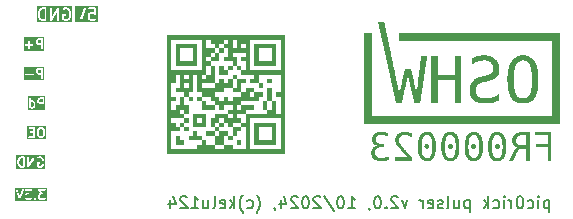
<source format=gbr>
%TF.GenerationSoftware,KiCad,Pcbnew,8.0.6*%
%TF.CreationDate,2024-10-28T10:45:57+07:00*%
%TF.ProjectId,PMOD-Pulser_update,504d4f44-2d50-4756-9c73-65725f757064,rev?*%
%TF.SameCoordinates,PX5e2ce30PY52bb330*%
%TF.FileFunction,Legend,Bot*%
%TF.FilePolarity,Positive*%
%FSLAX46Y46*%
G04 Gerber Fmt 4.6, Leading zero omitted, Abs format (unit mm)*
G04 Created by KiCad (PCBNEW 8.0.6) date 2024-10-28 10:45:57*
%MOMM*%
%LPD*%
G01*
G04 APERTURE LIST*
%ADD10C,0.200000*%
%ADD11C,0.150000*%
%ADD12C,0.000000*%
G04 APERTURE END LIST*
D10*
X45630326Y1299448D02*
X45630326Y299448D01*
X45630326Y1251829D02*
X45535088Y1299448D01*
X45535088Y1299448D02*
X45344612Y1299448D01*
X45344612Y1299448D02*
X45249374Y1251829D01*
X45249374Y1251829D02*
X45201755Y1204210D01*
X45201755Y1204210D02*
X45154136Y1108972D01*
X45154136Y1108972D02*
X45154136Y823258D01*
X45154136Y823258D02*
X45201755Y728020D01*
X45201755Y728020D02*
X45249374Y680400D01*
X45249374Y680400D02*
X45344612Y632781D01*
X45344612Y632781D02*
X45535088Y632781D01*
X45535088Y632781D02*
X45630326Y680400D01*
X44725564Y632781D02*
X44725564Y1299448D01*
X44725564Y1632781D02*
X44773183Y1585162D01*
X44773183Y1585162D02*
X44725564Y1537543D01*
X44725564Y1537543D02*
X44677945Y1585162D01*
X44677945Y1585162D02*
X44725564Y1632781D01*
X44725564Y1632781D02*
X44725564Y1537543D01*
X43820803Y680400D02*
X43916041Y632781D01*
X43916041Y632781D02*
X44106517Y632781D01*
X44106517Y632781D02*
X44201755Y680400D01*
X44201755Y680400D02*
X44249374Y728020D01*
X44249374Y728020D02*
X44296993Y823258D01*
X44296993Y823258D02*
X44296993Y1108972D01*
X44296993Y1108972D02*
X44249374Y1204210D01*
X44249374Y1204210D02*
X44201755Y1251829D01*
X44201755Y1251829D02*
X44106517Y1299448D01*
X44106517Y1299448D02*
X43916041Y1299448D01*
X43916041Y1299448D02*
X43820803Y1251829D01*
X43201755Y1632781D02*
X43106517Y1632781D01*
X43106517Y1632781D02*
X43011279Y1585162D01*
X43011279Y1585162D02*
X42963660Y1537543D01*
X42963660Y1537543D02*
X42916041Y1442305D01*
X42916041Y1442305D02*
X42868422Y1251829D01*
X42868422Y1251829D02*
X42868422Y1013734D01*
X42868422Y1013734D02*
X42916041Y823258D01*
X42916041Y823258D02*
X42963660Y728020D01*
X42963660Y728020D02*
X43011279Y680400D01*
X43011279Y680400D02*
X43106517Y632781D01*
X43106517Y632781D02*
X43201755Y632781D01*
X43201755Y632781D02*
X43296993Y680400D01*
X43296993Y680400D02*
X43344612Y728020D01*
X43344612Y728020D02*
X43392231Y823258D01*
X43392231Y823258D02*
X43439850Y1013734D01*
X43439850Y1013734D02*
X43439850Y1251829D01*
X43439850Y1251829D02*
X43392231Y1442305D01*
X43392231Y1442305D02*
X43344612Y1537543D01*
X43344612Y1537543D02*
X43296993Y1585162D01*
X43296993Y1585162D02*
X43201755Y1632781D01*
X42439850Y632781D02*
X42439850Y1299448D01*
X42439850Y1108972D02*
X42392231Y1204210D01*
X42392231Y1204210D02*
X42344612Y1251829D01*
X42344612Y1251829D02*
X42249374Y1299448D01*
X42249374Y1299448D02*
X42154136Y1299448D01*
X41820802Y632781D02*
X41820802Y1299448D01*
X41820802Y1632781D02*
X41868421Y1585162D01*
X41868421Y1585162D02*
X41820802Y1537543D01*
X41820802Y1537543D02*
X41773183Y1585162D01*
X41773183Y1585162D02*
X41820802Y1632781D01*
X41820802Y1632781D02*
X41820802Y1537543D01*
X40916041Y680400D02*
X41011279Y632781D01*
X41011279Y632781D02*
X41201755Y632781D01*
X41201755Y632781D02*
X41296993Y680400D01*
X41296993Y680400D02*
X41344612Y728020D01*
X41344612Y728020D02*
X41392231Y823258D01*
X41392231Y823258D02*
X41392231Y1108972D01*
X41392231Y1108972D02*
X41344612Y1204210D01*
X41344612Y1204210D02*
X41296993Y1251829D01*
X41296993Y1251829D02*
X41201755Y1299448D01*
X41201755Y1299448D02*
X41011279Y1299448D01*
X41011279Y1299448D02*
X40916041Y1251829D01*
X40487469Y632781D02*
X40487469Y1632781D01*
X40392231Y1013734D02*
X40106517Y632781D01*
X40106517Y1299448D02*
X40487469Y918496D01*
X38916040Y1299448D02*
X38916040Y299448D01*
X38916040Y1251829D02*
X38820802Y1299448D01*
X38820802Y1299448D02*
X38630326Y1299448D01*
X38630326Y1299448D02*
X38535088Y1251829D01*
X38535088Y1251829D02*
X38487469Y1204210D01*
X38487469Y1204210D02*
X38439850Y1108972D01*
X38439850Y1108972D02*
X38439850Y823258D01*
X38439850Y823258D02*
X38487469Y728020D01*
X38487469Y728020D02*
X38535088Y680400D01*
X38535088Y680400D02*
X38630326Y632781D01*
X38630326Y632781D02*
X38820802Y632781D01*
X38820802Y632781D02*
X38916040Y680400D01*
X37582707Y1299448D02*
X37582707Y632781D01*
X38011278Y1299448D02*
X38011278Y775639D01*
X38011278Y775639D02*
X37963659Y680400D01*
X37963659Y680400D02*
X37868421Y632781D01*
X37868421Y632781D02*
X37725564Y632781D01*
X37725564Y632781D02*
X37630326Y680400D01*
X37630326Y680400D02*
X37582707Y728020D01*
X36963659Y632781D02*
X37058897Y680400D01*
X37058897Y680400D02*
X37106516Y775639D01*
X37106516Y775639D02*
X37106516Y1632781D01*
X36630325Y680400D02*
X36535087Y632781D01*
X36535087Y632781D02*
X36344611Y632781D01*
X36344611Y632781D02*
X36249373Y680400D01*
X36249373Y680400D02*
X36201754Y775639D01*
X36201754Y775639D02*
X36201754Y823258D01*
X36201754Y823258D02*
X36249373Y918496D01*
X36249373Y918496D02*
X36344611Y966115D01*
X36344611Y966115D02*
X36487468Y966115D01*
X36487468Y966115D02*
X36582706Y1013734D01*
X36582706Y1013734D02*
X36630325Y1108972D01*
X36630325Y1108972D02*
X36630325Y1156591D01*
X36630325Y1156591D02*
X36582706Y1251829D01*
X36582706Y1251829D02*
X36487468Y1299448D01*
X36487468Y1299448D02*
X36344611Y1299448D01*
X36344611Y1299448D02*
X36249373Y1251829D01*
X35392230Y680400D02*
X35487468Y632781D01*
X35487468Y632781D02*
X35677944Y632781D01*
X35677944Y632781D02*
X35773182Y680400D01*
X35773182Y680400D02*
X35820801Y775639D01*
X35820801Y775639D02*
X35820801Y1156591D01*
X35820801Y1156591D02*
X35773182Y1251829D01*
X35773182Y1251829D02*
X35677944Y1299448D01*
X35677944Y1299448D02*
X35487468Y1299448D01*
X35487468Y1299448D02*
X35392230Y1251829D01*
X35392230Y1251829D02*
X35344611Y1156591D01*
X35344611Y1156591D02*
X35344611Y1061353D01*
X35344611Y1061353D02*
X35820801Y966115D01*
X34916039Y632781D02*
X34916039Y1299448D01*
X34916039Y1108972D02*
X34868420Y1204210D01*
X34868420Y1204210D02*
X34820801Y1251829D01*
X34820801Y1251829D02*
X34725563Y1299448D01*
X34725563Y1299448D02*
X34630325Y1299448D01*
X33630324Y1299448D02*
X33392229Y632781D01*
X33392229Y632781D02*
X33154134Y1299448D01*
X32820800Y1537543D02*
X32773181Y1585162D01*
X32773181Y1585162D02*
X32677943Y1632781D01*
X32677943Y1632781D02*
X32439848Y1632781D01*
X32439848Y1632781D02*
X32344610Y1585162D01*
X32344610Y1585162D02*
X32296991Y1537543D01*
X32296991Y1537543D02*
X32249372Y1442305D01*
X32249372Y1442305D02*
X32249372Y1347067D01*
X32249372Y1347067D02*
X32296991Y1204210D01*
X32296991Y1204210D02*
X32868419Y632781D01*
X32868419Y632781D02*
X32249372Y632781D01*
X31820800Y728020D02*
X31773181Y680400D01*
X31773181Y680400D02*
X31820800Y632781D01*
X31820800Y632781D02*
X31868419Y680400D01*
X31868419Y680400D02*
X31820800Y728020D01*
X31820800Y728020D02*
X31820800Y632781D01*
X31154134Y1632781D02*
X31058896Y1632781D01*
X31058896Y1632781D02*
X30963658Y1585162D01*
X30963658Y1585162D02*
X30916039Y1537543D01*
X30916039Y1537543D02*
X30868420Y1442305D01*
X30868420Y1442305D02*
X30820801Y1251829D01*
X30820801Y1251829D02*
X30820801Y1013734D01*
X30820801Y1013734D02*
X30868420Y823258D01*
X30868420Y823258D02*
X30916039Y728020D01*
X30916039Y728020D02*
X30963658Y680400D01*
X30963658Y680400D02*
X31058896Y632781D01*
X31058896Y632781D02*
X31154134Y632781D01*
X31154134Y632781D02*
X31249372Y680400D01*
X31249372Y680400D02*
X31296991Y728020D01*
X31296991Y728020D02*
X31344610Y823258D01*
X31344610Y823258D02*
X31392229Y1013734D01*
X31392229Y1013734D02*
X31392229Y1251829D01*
X31392229Y1251829D02*
X31344610Y1442305D01*
X31344610Y1442305D02*
X31296991Y1537543D01*
X31296991Y1537543D02*
X31249372Y1585162D01*
X31249372Y1585162D02*
X31154134Y1632781D01*
X30344610Y680400D02*
X30344610Y632781D01*
X30344610Y632781D02*
X30392229Y537543D01*
X30392229Y537543D02*
X30439848Y489924D01*
X28630325Y632781D02*
X29201753Y632781D01*
X28916039Y632781D02*
X28916039Y1632781D01*
X28916039Y1632781D02*
X29011277Y1489924D01*
X29011277Y1489924D02*
X29106515Y1394686D01*
X29106515Y1394686D02*
X29201753Y1347067D01*
X28011277Y1632781D02*
X27916039Y1632781D01*
X27916039Y1632781D02*
X27820801Y1585162D01*
X27820801Y1585162D02*
X27773182Y1537543D01*
X27773182Y1537543D02*
X27725563Y1442305D01*
X27725563Y1442305D02*
X27677944Y1251829D01*
X27677944Y1251829D02*
X27677944Y1013734D01*
X27677944Y1013734D02*
X27725563Y823258D01*
X27725563Y823258D02*
X27773182Y728020D01*
X27773182Y728020D02*
X27820801Y680400D01*
X27820801Y680400D02*
X27916039Y632781D01*
X27916039Y632781D02*
X28011277Y632781D01*
X28011277Y632781D02*
X28106515Y680400D01*
X28106515Y680400D02*
X28154134Y728020D01*
X28154134Y728020D02*
X28201753Y823258D01*
X28201753Y823258D02*
X28249372Y1013734D01*
X28249372Y1013734D02*
X28249372Y1251829D01*
X28249372Y1251829D02*
X28201753Y1442305D01*
X28201753Y1442305D02*
X28154134Y1537543D01*
X28154134Y1537543D02*
X28106515Y1585162D01*
X28106515Y1585162D02*
X28011277Y1632781D01*
X26535087Y1680400D02*
X27392229Y394686D01*
X26249372Y1537543D02*
X26201753Y1585162D01*
X26201753Y1585162D02*
X26106515Y1632781D01*
X26106515Y1632781D02*
X25868420Y1632781D01*
X25868420Y1632781D02*
X25773182Y1585162D01*
X25773182Y1585162D02*
X25725563Y1537543D01*
X25725563Y1537543D02*
X25677944Y1442305D01*
X25677944Y1442305D02*
X25677944Y1347067D01*
X25677944Y1347067D02*
X25725563Y1204210D01*
X25725563Y1204210D02*
X26296991Y632781D01*
X26296991Y632781D02*
X25677944Y632781D01*
X25058896Y1632781D02*
X24963658Y1632781D01*
X24963658Y1632781D02*
X24868420Y1585162D01*
X24868420Y1585162D02*
X24820801Y1537543D01*
X24820801Y1537543D02*
X24773182Y1442305D01*
X24773182Y1442305D02*
X24725563Y1251829D01*
X24725563Y1251829D02*
X24725563Y1013734D01*
X24725563Y1013734D02*
X24773182Y823258D01*
X24773182Y823258D02*
X24820801Y728020D01*
X24820801Y728020D02*
X24868420Y680400D01*
X24868420Y680400D02*
X24963658Y632781D01*
X24963658Y632781D02*
X25058896Y632781D01*
X25058896Y632781D02*
X25154134Y680400D01*
X25154134Y680400D02*
X25201753Y728020D01*
X25201753Y728020D02*
X25249372Y823258D01*
X25249372Y823258D02*
X25296991Y1013734D01*
X25296991Y1013734D02*
X25296991Y1251829D01*
X25296991Y1251829D02*
X25249372Y1442305D01*
X25249372Y1442305D02*
X25201753Y1537543D01*
X25201753Y1537543D02*
X25154134Y1585162D01*
X25154134Y1585162D02*
X25058896Y1632781D01*
X24344610Y1537543D02*
X24296991Y1585162D01*
X24296991Y1585162D02*
X24201753Y1632781D01*
X24201753Y1632781D02*
X23963658Y1632781D01*
X23963658Y1632781D02*
X23868420Y1585162D01*
X23868420Y1585162D02*
X23820801Y1537543D01*
X23820801Y1537543D02*
X23773182Y1442305D01*
X23773182Y1442305D02*
X23773182Y1347067D01*
X23773182Y1347067D02*
X23820801Y1204210D01*
X23820801Y1204210D02*
X24392229Y632781D01*
X24392229Y632781D02*
X23773182Y632781D01*
X22916039Y1299448D02*
X22916039Y632781D01*
X23154134Y1680400D02*
X23392229Y966115D01*
X23392229Y966115D02*
X22773182Y966115D01*
X22344610Y680400D02*
X22344610Y632781D01*
X22344610Y632781D02*
X22392229Y537543D01*
X22392229Y537543D02*
X22439848Y489924D01*
X20868420Y251829D02*
X20916039Y299448D01*
X20916039Y299448D02*
X21011277Y442305D01*
X21011277Y442305D02*
X21058896Y537543D01*
X21058896Y537543D02*
X21106515Y680400D01*
X21106515Y680400D02*
X21154134Y918496D01*
X21154134Y918496D02*
X21154134Y1108972D01*
X21154134Y1108972D02*
X21106515Y1347067D01*
X21106515Y1347067D02*
X21058896Y1489924D01*
X21058896Y1489924D02*
X21011277Y1585162D01*
X21011277Y1585162D02*
X20916039Y1728020D01*
X20916039Y1728020D02*
X20868420Y1775639D01*
X20058896Y680400D02*
X20154134Y632781D01*
X20154134Y632781D02*
X20344610Y632781D01*
X20344610Y632781D02*
X20439848Y680400D01*
X20439848Y680400D02*
X20487467Y728020D01*
X20487467Y728020D02*
X20535086Y823258D01*
X20535086Y823258D02*
X20535086Y1108972D01*
X20535086Y1108972D02*
X20487467Y1204210D01*
X20487467Y1204210D02*
X20439848Y1251829D01*
X20439848Y1251829D02*
X20344610Y1299448D01*
X20344610Y1299448D02*
X20154134Y1299448D01*
X20154134Y1299448D02*
X20058896Y1251829D01*
X19725562Y251829D02*
X19677943Y299448D01*
X19677943Y299448D02*
X19582705Y442305D01*
X19582705Y442305D02*
X19535086Y537543D01*
X19535086Y537543D02*
X19487467Y680400D01*
X19487467Y680400D02*
X19439848Y918496D01*
X19439848Y918496D02*
X19439848Y1108972D01*
X19439848Y1108972D02*
X19487467Y1347067D01*
X19487467Y1347067D02*
X19535086Y1489924D01*
X19535086Y1489924D02*
X19582705Y1585162D01*
X19582705Y1585162D02*
X19677943Y1728020D01*
X19677943Y1728020D02*
X19725562Y1775639D01*
X18963657Y632781D02*
X18963657Y1632781D01*
X18868419Y1013734D02*
X18582705Y632781D01*
X18582705Y1299448D02*
X18963657Y918496D01*
X17773181Y680400D02*
X17868419Y632781D01*
X17868419Y632781D02*
X18058895Y632781D01*
X18058895Y632781D02*
X18154133Y680400D01*
X18154133Y680400D02*
X18201752Y775639D01*
X18201752Y775639D02*
X18201752Y1156591D01*
X18201752Y1156591D02*
X18154133Y1251829D01*
X18154133Y1251829D02*
X18058895Y1299448D01*
X18058895Y1299448D02*
X17868419Y1299448D01*
X17868419Y1299448D02*
X17773181Y1251829D01*
X17773181Y1251829D02*
X17725562Y1156591D01*
X17725562Y1156591D02*
X17725562Y1061353D01*
X17725562Y1061353D02*
X18201752Y966115D01*
X17154133Y632781D02*
X17249371Y680400D01*
X17249371Y680400D02*
X17296990Y775639D01*
X17296990Y775639D02*
X17296990Y1632781D01*
X16344609Y1299448D02*
X16344609Y632781D01*
X16773180Y1299448D02*
X16773180Y775639D01*
X16773180Y775639D02*
X16725561Y680400D01*
X16725561Y680400D02*
X16630323Y632781D01*
X16630323Y632781D02*
X16487466Y632781D01*
X16487466Y632781D02*
X16392228Y680400D01*
X16392228Y680400D02*
X16344609Y728020D01*
X15344609Y632781D02*
X15916037Y632781D01*
X15630323Y632781D02*
X15630323Y1632781D01*
X15630323Y1632781D02*
X15725561Y1489924D01*
X15725561Y1489924D02*
X15820799Y1394686D01*
X15820799Y1394686D02*
X15916037Y1347067D01*
X14963656Y1537543D02*
X14916037Y1585162D01*
X14916037Y1585162D02*
X14820799Y1632781D01*
X14820799Y1632781D02*
X14582704Y1632781D01*
X14582704Y1632781D02*
X14487466Y1585162D01*
X14487466Y1585162D02*
X14439847Y1537543D01*
X14439847Y1537543D02*
X14392228Y1442305D01*
X14392228Y1442305D02*
X14392228Y1347067D01*
X14392228Y1347067D02*
X14439847Y1204210D01*
X14439847Y1204210D02*
X15011275Y632781D01*
X15011275Y632781D02*
X14392228Y632781D01*
X13535085Y1299448D02*
X13535085Y632781D01*
X13773180Y1680400D02*
X14011275Y966115D01*
X14011275Y966115D02*
X13392228Y966115D01*
D11*
G36*
X2629761Y14593658D02*
G01*
X2417704Y14593658D01*
X2368236Y14618392D01*
X2347353Y14639275D01*
X2322618Y14688745D01*
X2322618Y14767619D01*
X2347353Y14817089D01*
X2368236Y14837971D01*
X2417704Y14862705D01*
X2629761Y14862705D01*
X2629761Y14593658D01*
G37*
G36*
X2868650Y13975257D02*
G01*
X1132790Y13975257D01*
X1132790Y14457099D01*
X1221679Y14457099D01*
X1221679Y14427835D01*
X1232878Y14400799D01*
X1253570Y14380107D01*
X1280606Y14368908D01*
X1295238Y14367467D01*
X1524999Y14367467D01*
X1524999Y14137705D01*
X1526440Y14123073D01*
X1537639Y14096037D01*
X1558331Y14075345D01*
X1585367Y14064146D01*
X1614631Y14064146D01*
X1641667Y14075345D01*
X1662359Y14096037D01*
X1673558Y14123073D01*
X1674999Y14137705D01*
X1674999Y14367467D01*
X1904761Y14367467D01*
X1919393Y14368908D01*
X1946429Y14380107D01*
X1967121Y14400799D01*
X1978320Y14427835D01*
X1978320Y14457099D01*
X1967121Y14484135D01*
X1946429Y14504827D01*
X1919393Y14516026D01*
X1904761Y14517467D01*
X1674999Y14517467D01*
X1674999Y14747229D01*
X1673558Y14761861D01*
X1663839Y14785324D01*
X2172618Y14785324D01*
X2172618Y14671039D01*
X2174059Y14656407D01*
X2175089Y14653919D01*
X2175281Y14651229D01*
X2180536Y14637498D01*
X2218632Y14561307D01*
X2222595Y14555011D01*
X2223354Y14553180D01*
X2225045Y14551119D01*
X2226465Y14548864D01*
X2227960Y14547568D01*
X2232681Y14541815D01*
X2270776Y14503720D01*
X2276525Y14499002D01*
X2277825Y14497503D01*
X2280084Y14496082D01*
X2282141Y14494393D01*
X2283968Y14493636D01*
X2290268Y14489671D01*
X2366458Y14451576D01*
X2380190Y14446321D01*
X2382877Y14446131D01*
X2385367Y14445099D01*
X2399999Y14443658D01*
X2629761Y14443658D01*
X2629761Y14137705D01*
X2631202Y14123073D01*
X2642401Y14096037D01*
X2663093Y14075345D01*
X2690129Y14064146D01*
X2719393Y14064146D01*
X2746429Y14075345D01*
X2767121Y14096037D01*
X2778320Y14123073D01*
X2779761Y14137705D01*
X2779761Y14937705D01*
X2778320Y14952337D01*
X2767121Y14979373D01*
X2746429Y15000065D01*
X2719393Y15011264D01*
X2704761Y15012705D01*
X2399999Y15012705D01*
X2385367Y15011264D01*
X2382877Y15010233D01*
X2380190Y15010042D01*
X2366458Y15004787D01*
X2290268Y14966692D01*
X2283968Y14962728D01*
X2282141Y14961970D01*
X2280084Y14960282D01*
X2277825Y14958860D01*
X2276525Y14957362D01*
X2270776Y14952643D01*
X2232681Y14914548D01*
X2227960Y14908796D01*
X2226465Y14907499D01*
X2225045Y14905245D01*
X2223354Y14903183D01*
X2222595Y14901353D01*
X2218632Y14895056D01*
X2180536Y14818865D01*
X2175281Y14805134D01*
X2175089Y14802445D01*
X2174059Y14799956D01*
X2172618Y14785324D01*
X1663839Y14785324D01*
X1662359Y14788897D01*
X1641667Y14809589D01*
X1614631Y14820788D01*
X1585367Y14820788D01*
X1558331Y14809589D01*
X1537639Y14788897D01*
X1526440Y14761861D01*
X1524999Y14747229D01*
X1524999Y14517467D01*
X1295238Y14517467D01*
X1280606Y14516026D01*
X1253570Y14504827D01*
X1232878Y14484135D01*
X1221679Y14457099D01*
X1132790Y14457099D01*
X1132790Y15101594D01*
X2868650Y15101594D01*
X2868650Y13975257D01*
G37*
G36*
X2913094Y16620181D02*
G01*
X2762169Y16620181D01*
X2647656Y16658352D01*
X2573543Y16732466D01*
X2535049Y16809453D01*
X2491666Y16982987D01*
X2491666Y17107376D01*
X2535049Y17280910D01*
X2573543Y17357897D01*
X2647656Y17432010D01*
X2762169Y17470181D01*
X2913094Y17470181D01*
X2913094Y16620181D01*
G37*
G36*
X5269443Y16359070D02*
G01*
X2230555Y16359070D01*
X2230555Y17116610D01*
X2341666Y17116610D01*
X2341666Y16973753D01*
X2341917Y16971200D01*
X2341755Y16970107D01*
X2342564Y16964634D01*
X2343107Y16959121D01*
X2343529Y16958100D01*
X2343905Y16955563D01*
X2391524Y16765087D01*
X2391909Y16764008D01*
X2391948Y16763468D01*
X2394275Y16757387D01*
X2396471Y16751241D01*
X2396793Y16750806D01*
X2397203Y16749736D01*
X2444822Y16654498D01*
X2448785Y16648202D01*
X2449543Y16646372D01*
X2451232Y16644314D01*
X2452654Y16642055D01*
X2454152Y16640756D01*
X2458871Y16635006D01*
X2554109Y16539767D01*
X2565474Y16530439D01*
X2567964Y16529408D01*
X2569999Y16527643D01*
X2583425Y16521649D01*
X2726281Y16474030D01*
X2733536Y16472381D01*
X2735367Y16471622D01*
X2738020Y16471361D01*
X2740618Y16470770D01*
X2742592Y16470911D01*
X2749999Y16470181D01*
X2988094Y16470181D01*
X3002726Y16471622D01*
X3029762Y16482821D01*
X3050454Y16503513D01*
X3061653Y16530549D01*
X3063094Y16545181D01*
X3063094Y17545181D01*
X3389285Y17545181D01*
X3389285Y16545181D01*
X3389655Y16541418D01*
X3389468Y16539942D01*
X3389989Y16538032D01*
X3390726Y16530549D01*
X3394543Y16521334D01*
X3397168Y16511710D01*
X3400095Y16507930D01*
X3401925Y16503513D01*
X3408975Y16496463D01*
X3415085Y16488573D01*
X3419238Y16486200D01*
X3422617Y16482821D01*
X3431829Y16479005D01*
X3440494Y16474054D01*
X3445237Y16473452D01*
X3449653Y16471622D01*
X3459627Y16471622D01*
X3469524Y16470364D01*
X3474136Y16471622D01*
X3478917Y16471622D01*
X3488132Y16475440D01*
X3497756Y16478064D01*
X3501536Y16480992D01*
X3505953Y16482821D01*
X3513003Y16489872D01*
X3520893Y16495981D01*
X3525245Y16502114D01*
X3526645Y16503513D01*
X3527214Y16504888D01*
X3529403Y16507971D01*
X3960713Y17262765D01*
X3960713Y16545181D01*
X3962154Y16530549D01*
X3973353Y16503513D01*
X3994045Y16482821D01*
X4021081Y16471622D01*
X4050345Y16471622D01*
X4077381Y16482821D01*
X4098073Y16503513D01*
X4109272Y16530549D01*
X4110713Y16545181D01*
X4110713Y16973753D01*
X4389285Y16973753D01*
X4389285Y16640420D01*
X4390726Y16625788D01*
X4394643Y16616332D01*
X4401924Y16598753D01*
X4411251Y16587388D01*
X4458870Y16539768D01*
X4470236Y16530440D01*
X4472724Y16529410D01*
X4474761Y16527643D01*
X4488187Y16521649D01*
X4631043Y16474030D01*
X4638298Y16472381D01*
X4640129Y16471622D01*
X4642782Y16471361D01*
X4645380Y16470770D01*
X4647354Y16470911D01*
X4654761Y16470181D01*
X4749999Y16470181D01*
X4757404Y16470911D01*
X4759379Y16470770D01*
X4761976Y16471361D01*
X4764631Y16471622D01*
X4766462Y16472381D01*
X4773716Y16474030D01*
X4916573Y16521649D01*
X4929998Y16527643D01*
X4932033Y16529409D01*
X4934524Y16530440D01*
X4945889Y16539767D01*
X5041128Y16635007D01*
X5045845Y16640756D01*
X5047344Y16642055D01*
X5048765Y16644314D01*
X5050455Y16646372D01*
X5051212Y16648202D01*
X5055176Y16654498D01*
X5102795Y16749736D01*
X5103204Y16750806D01*
X5103527Y16751241D01*
X5105719Y16757378D01*
X5108050Y16763467D01*
X5108088Y16764008D01*
X5108474Y16765087D01*
X5156093Y16955563D01*
X5156468Y16958100D01*
X5156891Y16959121D01*
X5157433Y16964634D01*
X5158243Y16970107D01*
X5158080Y16971200D01*
X5158332Y16973753D01*
X5158332Y17116610D01*
X5158080Y17119164D01*
X5158243Y17120256D01*
X5157433Y17125730D01*
X5156891Y17131242D01*
X5156468Y17132264D01*
X5156093Y17134800D01*
X5108474Y17325276D01*
X5108088Y17326356D01*
X5108050Y17326896D01*
X5105719Y17332986D01*
X5103527Y17339122D01*
X5103204Y17339558D01*
X5102795Y17340627D01*
X5055176Y17435865D01*
X5051213Y17442160D01*
X5050455Y17443992D01*
X5048763Y17446054D01*
X5047344Y17448308D01*
X5045847Y17449607D01*
X5041127Y17455357D01*
X4945889Y17550595D01*
X4934524Y17559922D01*
X4932033Y17560954D01*
X4929998Y17562719D01*
X4916573Y17568713D01*
X4773716Y17616332D01*
X4766462Y17617982D01*
X4764631Y17618740D01*
X4761976Y17619002D01*
X4759379Y17619592D01*
X4757404Y17619452D01*
X4749999Y17620181D01*
X4607142Y17620181D01*
X4592510Y17618740D01*
X4590021Y17617710D01*
X4587332Y17617518D01*
X4573601Y17612263D01*
X4478363Y17564644D01*
X4465920Y17556812D01*
X4446747Y17534704D01*
X4437493Y17506943D01*
X4439567Y17477753D01*
X4452654Y17451578D01*
X4474762Y17432405D01*
X4502523Y17423151D01*
X4531713Y17425225D01*
X4545445Y17430480D01*
X4624847Y17470181D01*
X4737829Y17470181D01*
X4852342Y17432010D01*
X4926455Y17357897D01*
X4964948Y17280910D01*
X5008332Y17107376D01*
X5008332Y16982987D01*
X4964948Y16809453D01*
X4926454Y16732466D01*
X4852342Y16658353D01*
X4737829Y16620181D01*
X4666931Y16620181D01*
X4552418Y16658352D01*
X4539285Y16671486D01*
X4539285Y16898753D01*
X4654761Y16898753D01*
X4669393Y16900194D01*
X4696429Y16911393D01*
X4717121Y16932085D01*
X4728320Y16959121D01*
X4728320Y16988385D01*
X4717121Y17015421D01*
X4696429Y17036113D01*
X4669393Y17047312D01*
X4654761Y17048753D01*
X4464285Y17048753D01*
X4449653Y17047312D01*
X4422617Y17036113D01*
X4401925Y17015421D01*
X4390726Y16988385D01*
X4389285Y16973753D01*
X4110713Y16973753D01*
X4110713Y17545181D01*
X4110342Y17548945D01*
X4110530Y17550420D01*
X4110008Y17552331D01*
X4109272Y17559813D01*
X4105454Y17569029D01*
X4102830Y17578652D01*
X4099902Y17582433D01*
X4098073Y17586849D01*
X4091022Y17593900D01*
X4084913Y17601789D01*
X4080759Y17604163D01*
X4077381Y17607541D01*
X4068168Y17611358D01*
X4059504Y17616308D01*
X4054760Y17616911D01*
X4050345Y17618740D01*
X4040371Y17618740D01*
X4030474Y17619998D01*
X4025862Y17618740D01*
X4021081Y17618740D01*
X4011864Y17614923D01*
X4002243Y17612298D01*
X3998463Y17609372D01*
X3994045Y17607541D01*
X3986993Y17600490D01*
X3979105Y17594381D01*
X3974750Y17588247D01*
X3973353Y17586849D01*
X3972784Y17585477D01*
X3970595Y17582392D01*
X3539285Y16827598D01*
X3539285Y17545181D01*
X3537844Y17559813D01*
X3526645Y17586849D01*
X3505953Y17607541D01*
X3478917Y17618740D01*
X3449653Y17618740D01*
X3422617Y17607541D01*
X3401925Y17586849D01*
X3390726Y17559813D01*
X3389285Y17545181D01*
X3063094Y17545181D01*
X3061653Y17559813D01*
X3050454Y17586849D01*
X3029762Y17607541D01*
X3002726Y17618740D01*
X2988094Y17620181D01*
X2749999Y17620181D01*
X2742592Y17619452D01*
X2740618Y17619592D01*
X2738020Y17619002D01*
X2735367Y17618740D01*
X2733536Y17617982D01*
X2726281Y17616332D01*
X2583425Y17568713D01*
X2569999Y17562719D01*
X2567964Y17560955D01*
X2565474Y17559923D01*
X2554109Y17550595D01*
X2458871Y17455357D01*
X2454152Y17449608D01*
X2452654Y17448308D01*
X2451232Y17446049D01*
X2449544Y17443992D01*
X2448786Y17442165D01*
X2444822Y17435865D01*
X2397203Y17340627D01*
X2396793Y17339558D01*
X2396471Y17339122D01*
X2394275Y17332977D01*
X2391948Y17326895D01*
X2391909Y17326356D01*
X2391524Y17325276D01*
X2343905Y17134800D01*
X2343529Y17132264D01*
X2343107Y17131242D01*
X2342564Y17125730D01*
X2341755Y17120256D01*
X2341917Y17119164D01*
X2341666Y17116610D01*
X2230555Y17116610D01*
X2230555Y17731292D01*
X5269443Y17731292D01*
X5269443Y16359070D01*
G37*
G36*
X1938905Y9571305D02*
G01*
X1959788Y9550422D01*
X1984524Y9500953D01*
X1984524Y9307792D01*
X1959788Y9258322D01*
X1938905Y9237439D01*
X1889438Y9212705D01*
X1772467Y9212705D01*
X1753571Y9222153D01*
X1753571Y9586591D01*
X1772467Y9596039D01*
X1889437Y9596039D01*
X1938905Y9571305D01*
G37*
G36*
X2746428Y9593658D02*
G01*
X2534371Y9593658D01*
X2484903Y9618392D01*
X2464020Y9639275D01*
X2439285Y9688745D01*
X2439285Y9767619D01*
X2464020Y9817089D01*
X2484903Y9837971D01*
X2534371Y9862705D01*
X2746428Y9862705D01*
X2746428Y9593658D01*
G37*
G36*
X2985317Y8973816D02*
G01*
X1514682Y8973816D01*
X1514682Y9937705D01*
X1603571Y9937705D01*
X1603571Y9137705D01*
X1605012Y9123073D01*
X1616211Y9096037D01*
X1636903Y9075345D01*
X1663939Y9064146D01*
X1693203Y9064146D01*
X1715610Y9073428D01*
X1721221Y9070623D01*
X1734953Y9065368D01*
X1737640Y9065178D01*
X1740130Y9064146D01*
X1754762Y9062705D01*
X1907143Y9062705D01*
X1921775Y9064146D01*
X1924264Y9065178D01*
X1926952Y9065368D01*
X1940684Y9070623D01*
X2016874Y9108718D01*
X2023173Y9112683D01*
X2025001Y9113440D01*
X2027057Y9115128D01*
X2029317Y9116550D01*
X2030617Y9118050D01*
X2036367Y9122768D01*
X2074462Y9160864D01*
X2079182Y9166616D01*
X2080677Y9167912D01*
X2082096Y9170167D01*
X2083789Y9172229D01*
X2084547Y9174060D01*
X2088510Y9180354D01*
X2126605Y9256544D01*
X2131860Y9270276D01*
X2132050Y9272963D01*
X2133083Y9275454D01*
X2134524Y9290086D01*
X2134524Y9518658D01*
X2133083Y9533290D01*
X2132050Y9535782D01*
X2131860Y9538468D01*
X2126605Y9552200D01*
X2088510Y9628390D01*
X2084545Y9634688D01*
X2083788Y9636516D01*
X2082096Y9638577D01*
X2080677Y9640832D01*
X2079181Y9642129D01*
X2074461Y9647881D01*
X2036366Y9685976D01*
X2030613Y9690697D01*
X2029317Y9692192D01*
X2027062Y9693612D01*
X2025001Y9695303D01*
X2023170Y9696062D01*
X2016874Y9700025D01*
X1940685Y9738121D01*
X1926953Y9743376D01*
X1924263Y9743568D01*
X1921775Y9744598D01*
X1907143Y9746039D01*
X1754762Y9746039D01*
X1753571Y9745922D01*
X1753571Y9785324D01*
X2289285Y9785324D01*
X2289285Y9671039D01*
X2290726Y9656407D01*
X2291756Y9653919D01*
X2291948Y9651229D01*
X2297203Y9637498D01*
X2335299Y9561307D01*
X2339262Y9555011D01*
X2340021Y9553180D01*
X2341712Y9551119D01*
X2343132Y9548864D01*
X2344627Y9547568D01*
X2349348Y9541815D01*
X2387443Y9503720D01*
X2393192Y9499002D01*
X2394492Y9497503D01*
X2396751Y9496082D01*
X2398808Y9494393D01*
X2400635Y9493636D01*
X2406935Y9489671D01*
X2483125Y9451576D01*
X2496857Y9446321D01*
X2499544Y9446131D01*
X2502034Y9445099D01*
X2516666Y9443658D01*
X2746428Y9443658D01*
X2746428Y9137705D01*
X2747869Y9123073D01*
X2759068Y9096037D01*
X2779760Y9075345D01*
X2806796Y9064146D01*
X2836060Y9064146D01*
X2863096Y9075345D01*
X2883788Y9096037D01*
X2894987Y9123073D01*
X2896428Y9137705D01*
X2896428Y9937705D01*
X2894987Y9952337D01*
X2883788Y9979373D01*
X2863096Y10000065D01*
X2836060Y10011264D01*
X2821428Y10012705D01*
X2516666Y10012705D01*
X2502034Y10011264D01*
X2499544Y10010233D01*
X2496857Y10010042D01*
X2483125Y10004787D01*
X2406935Y9966692D01*
X2400635Y9962728D01*
X2398808Y9961970D01*
X2396751Y9960282D01*
X2394492Y9958860D01*
X2393192Y9957362D01*
X2387443Y9952643D01*
X2349348Y9914548D01*
X2344627Y9908796D01*
X2343132Y9907499D01*
X2341712Y9905245D01*
X2340021Y9903183D01*
X2339262Y9901353D01*
X2335299Y9895056D01*
X2297203Y9818865D01*
X2291948Y9805134D01*
X2291756Y9802445D01*
X2290726Y9799956D01*
X2289285Y9785324D01*
X1753571Y9785324D01*
X1753571Y9937705D01*
X1752130Y9952337D01*
X1740931Y9979373D01*
X1720239Y10000065D01*
X1693203Y10011264D01*
X1663939Y10011264D01*
X1636903Y10000065D01*
X1616211Y9979373D01*
X1605012Y9952337D01*
X1603571Y9937705D01*
X1514682Y9937705D01*
X1514682Y10101594D01*
X2985317Y10101594D01*
X2985317Y8973816D01*
G37*
G36*
X7400046Y16359070D02*
G01*
X5504954Y16359070D01*
X5504954Y17535801D01*
X5616065Y17535801D01*
X5619325Y17521464D01*
X5952658Y16521464D01*
X5958652Y16508039D01*
X5962162Y16503992D01*
X5964559Y16499198D01*
X5971667Y16493033D01*
X5977826Y16485932D01*
X5982615Y16483538D01*
X5986666Y16480024D01*
X5995591Y16477050D01*
X6003999Y16472845D01*
X6009343Y16472466D01*
X6014429Y16470770D01*
X6023809Y16471437D01*
X6033189Y16470770D01*
X6038274Y16472466D01*
X6043619Y16472845D01*
X6052029Y16477051D01*
X6060951Y16480024D01*
X6064998Y16483535D01*
X6069792Y16485931D01*
X6075955Y16493037D01*
X6083059Y16499198D01*
X6085454Y16503990D01*
X6088966Y16508038D01*
X6094960Y16521464D01*
X6245723Y16973753D01*
X6567857Y16973753D01*
X6567857Y16735658D01*
X6569298Y16721026D01*
X6570329Y16718537D01*
X6570520Y16715849D01*
X6575775Y16702117D01*
X6623394Y16606879D01*
X6627357Y16600583D01*
X6628115Y16598753D01*
X6629804Y16596695D01*
X6631226Y16594436D01*
X6632724Y16593137D01*
X6637442Y16587388D01*
X6685061Y16539768D01*
X6690810Y16535050D01*
X6692111Y16533550D01*
X6694370Y16532128D01*
X6696427Y16530440D01*
X6698254Y16529683D01*
X6704554Y16525718D01*
X6799792Y16478099D01*
X6813523Y16472844D01*
X6816212Y16472653D01*
X6818701Y16471622D01*
X6833333Y16470181D01*
X7071428Y16470181D01*
X7086060Y16471622D01*
X7088549Y16472654D01*
X7091237Y16472844D01*
X7104969Y16478099D01*
X7200207Y16525718D01*
X7206506Y16529683D01*
X7208334Y16530440D01*
X7210390Y16532128D01*
X7212650Y16533550D01*
X7213950Y16535050D01*
X7219700Y16539768D01*
X7267318Y16587387D01*
X7276646Y16598753D01*
X7287844Y16625789D01*
X7287844Y16655052D01*
X7276645Y16682088D01*
X7255952Y16702781D01*
X7228916Y16713979D01*
X7199653Y16713979D01*
X7172617Y16702780D01*
X7161251Y16693452D01*
X7122238Y16654439D01*
X7053723Y16620181D01*
X6851038Y16620181D01*
X6782522Y16654439D01*
X6752115Y16684847D01*
X6717857Y16753363D01*
X6717857Y16956048D01*
X6752115Y17024564D01*
X6782522Y17054971D01*
X6851038Y17089229D01*
X7053723Y17089229D01*
X7122239Y17054971D01*
X7161252Y17015958D01*
X7172617Y17006631D01*
X7176105Y17005186D01*
X7179029Y17002794D01*
X7189526Y16999627D01*
X7199653Y16995432D01*
X7203429Y16995432D01*
X7207045Y16994341D01*
X7217955Y16995432D01*
X7228916Y16995432D01*
X7232404Y16996878D01*
X7236164Y16997253D01*
X7245827Y17002438D01*
X7255952Y17006631D01*
X7258622Y17009302D01*
X7261951Y17011087D01*
X7268896Y17019576D01*
X7276645Y17027324D01*
X7278089Y17030811D01*
X7280482Y17033735D01*
X7283650Y17044236D01*
X7287844Y17054360D01*
X7287844Y17058136D01*
X7288935Y17061751D01*
X7288913Y17076454D01*
X7241294Y17552644D01*
X7240225Y17557977D01*
X7240225Y17559813D01*
X7239511Y17561536D01*
X7238404Y17567060D01*
X7233221Y17576720D01*
X7229026Y17586849D01*
X7226354Y17589521D01*
X7224570Y17592847D01*
X7216087Y17599788D01*
X7208334Y17607541D01*
X7204845Y17608987D01*
X7201922Y17611378D01*
X7191424Y17614546D01*
X7181298Y17618740D01*
X7175692Y17619293D01*
X7173906Y17619831D01*
X7172077Y17619649D01*
X7166666Y17620181D01*
X6690476Y17620181D01*
X6675844Y17618740D01*
X6648808Y17607541D01*
X6628116Y17586849D01*
X6616917Y17559813D01*
X6616917Y17530549D01*
X6628116Y17503513D01*
X6648808Y17482821D01*
X6675844Y17471622D01*
X6690476Y17470181D01*
X7098792Y17470181D01*
X7123610Y17221991D01*
X7104969Y17231311D01*
X7091237Y17236566D01*
X7088549Y17236757D01*
X7086060Y17237788D01*
X7071428Y17239229D01*
X6833333Y17239229D01*
X6818701Y17237788D01*
X6816212Y17236758D01*
X6813523Y17236566D01*
X6799792Y17231311D01*
X6704554Y17183692D01*
X6698254Y17179728D01*
X6696427Y17178970D01*
X6694370Y17177282D01*
X6692111Y17175860D01*
X6690811Y17174362D01*
X6685062Y17169643D01*
X6637443Y17122024D01*
X6632724Y17116275D01*
X6631226Y17114975D01*
X6629804Y17112716D01*
X6628116Y17110659D01*
X6627358Y17108832D01*
X6623394Y17102532D01*
X6575775Y17007294D01*
X6570520Y16993562D01*
X6570329Y16990875D01*
X6569298Y16988385D01*
X6567857Y16973753D01*
X6245723Y16973753D01*
X6428293Y17521464D01*
X6431553Y17535800D01*
X6429478Y17564990D01*
X6416392Y17591164D01*
X6394284Y17610338D01*
X6366522Y17619592D01*
X6337332Y17617517D01*
X6311159Y17604430D01*
X6291985Y17582323D01*
X6285991Y17568898D01*
X6023809Y16782352D01*
X5761627Y17568898D01*
X5755633Y17582324D01*
X5736459Y17604431D01*
X5710286Y17617517D01*
X5681096Y17619592D01*
X5653333Y17610338D01*
X5631226Y17591164D01*
X5618140Y17564991D01*
X5616065Y17535801D01*
X5504954Y17535801D01*
X5504954Y17731292D01*
X7400046Y17731292D01*
X7400046Y16359070D01*
G37*
G36*
X1065475Y4212705D02*
G01*
X962169Y4212705D01*
X876227Y4241352D01*
X821162Y4296418D01*
X792192Y4354358D01*
X758332Y4489798D01*
X758332Y4585613D01*
X792192Y4721054D01*
X821162Y4778994D01*
X876226Y4834058D01*
X962169Y4862705D01*
X1065475Y4862705D01*
X1065475Y4212705D01*
G37*
G36*
X2980555Y3973816D02*
G01*
X519443Y3973816D01*
X519443Y4594848D01*
X608332Y4594848D01*
X608332Y4480562D01*
X608583Y4478009D01*
X608421Y4476916D01*
X609230Y4471442D01*
X609773Y4465930D01*
X610195Y4464910D01*
X610571Y4462371D01*
X648667Y4309990D01*
X649052Y4308911D01*
X649091Y4308372D01*
X651415Y4302297D01*
X653614Y4296145D01*
X653936Y4295710D01*
X654346Y4294640D01*
X692441Y4218450D01*
X696404Y4212154D01*
X697162Y4210324D01*
X698851Y4208266D01*
X700273Y4206007D01*
X701771Y4204708D01*
X706490Y4198958D01*
X782680Y4122767D01*
X794045Y4113440D01*
X796535Y4112409D01*
X798571Y4110643D01*
X811996Y4104649D01*
X926282Y4066554D01*
X933535Y4064905D01*
X935367Y4064146D01*
X938021Y4063885D01*
X940619Y4063294D01*
X942593Y4063435D01*
X949999Y4062705D01*
X1140475Y4062705D01*
X1155107Y4064146D01*
X1182143Y4075345D01*
X1202835Y4096037D01*
X1214034Y4123073D01*
X1215475Y4137705D01*
X1215475Y4937705D01*
X1446427Y4937705D01*
X1446427Y4137705D01*
X1446797Y4133942D01*
X1446610Y4132466D01*
X1447131Y4130556D01*
X1447868Y4123073D01*
X1451685Y4113858D01*
X1454310Y4104234D01*
X1457237Y4100454D01*
X1459067Y4096037D01*
X1466117Y4088987D01*
X1472227Y4081097D01*
X1476380Y4078724D01*
X1479759Y4075345D01*
X1488971Y4071529D01*
X1497636Y4066578D01*
X1502379Y4065976D01*
X1506795Y4064146D01*
X1516769Y4064146D01*
X1526666Y4062888D01*
X1531278Y4064146D01*
X1536059Y4064146D01*
X1545274Y4067964D01*
X1554898Y4070588D01*
X1558678Y4073516D01*
X1563095Y4075345D01*
X1570145Y4082396D01*
X1578035Y4088505D01*
X1582387Y4094638D01*
X1583787Y4096037D01*
X1584356Y4097412D01*
X1586545Y4100495D01*
X1903570Y4655289D01*
X1903570Y4137705D01*
X1905011Y4123073D01*
X1916210Y4096037D01*
X1936902Y4075345D01*
X1963938Y4064146D01*
X1993202Y4064146D01*
X2020238Y4075345D01*
X2040930Y4096037D01*
X2052129Y4123073D01*
X2053570Y4137705D01*
X2053570Y4480562D01*
X2246427Y4480562D01*
X2246427Y4213896D01*
X2247868Y4199264D01*
X2247995Y4198958D01*
X2259067Y4172228D01*
X2268394Y4160863D01*
X2306490Y4122767D01*
X2317855Y4113439D01*
X2320345Y4112408D01*
X2322380Y4110643D01*
X2335806Y4104649D01*
X2450091Y4066554D01*
X2457344Y4064905D01*
X2459176Y4064146D01*
X2461830Y4063885D01*
X2464428Y4063294D01*
X2466402Y4063435D01*
X2473808Y4062705D01*
X2549999Y4062705D01*
X2557404Y4063435D01*
X2559379Y4063294D01*
X2561976Y4063885D01*
X2564631Y4064146D01*
X2566462Y4064905D01*
X2573716Y4066554D01*
X2688002Y4104649D01*
X2701427Y4110643D01*
X2703462Y4112409D01*
X2705953Y4113440D01*
X2717318Y4122767D01*
X2793509Y4198959D01*
X2798226Y4204708D01*
X2799725Y4206007D01*
X2801146Y4208266D01*
X2802836Y4210324D01*
X2803593Y4212154D01*
X2807557Y4218450D01*
X2845652Y4294640D01*
X2846061Y4295710D01*
X2846384Y4296145D01*
X2848582Y4302297D01*
X2850907Y4308372D01*
X2850945Y4308911D01*
X2851331Y4309990D01*
X2889427Y4462372D01*
X2889802Y4464909D01*
X2890225Y4465930D01*
X2890767Y4471443D01*
X2891577Y4476916D01*
X2891414Y4478009D01*
X2891666Y4480562D01*
X2891666Y4594848D01*
X2891414Y4597402D01*
X2891577Y4598494D01*
X2890767Y4603968D01*
X2890225Y4609480D01*
X2889802Y4610502D01*
X2889427Y4613038D01*
X2851331Y4765420D01*
X2850945Y4766500D01*
X2850907Y4767038D01*
X2848582Y4773114D01*
X2846384Y4779265D01*
X2846061Y4779701D01*
X2845652Y4780770D01*
X2807557Y4856961D01*
X2803594Y4863256D01*
X2802836Y4865088D01*
X2801144Y4867150D01*
X2799725Y4869404D01*
X2798228Y4870703D01*
X2793508Y4876453D01*
X2717318Y4952643D01*
X2705953Y4961970D01*
X2703462Y4963002D01*
X2701427Y4964767D01*
X2688002Y4970761D01*
X2573716Y5008856D01*
X2566462Y5010506D01*
X2564631Y5011264D01*
X2561976Y5011526D01*
X2559379Y5012116D01*
X2557404Y5011976D01*
X2549999Y5012705D01*
X2435713Y5012705D01*
X2421081Y5011264D01*
X2418591Y5010233D01*
X2415904Y5010042D01*
X2402172Y5004787D01*
X2325982Y4966692D01*
X2313539Y4958860D01*
X2294366Y4936752D01*
X2285112Y4908991D01*
X2287186Y4879801D01*
X2300273Y4853626D01*
X2322381Y4834453D01*
X2350142Y4825199D01*
X2379332Y4827273D01*
X2393064Y4832528D01*
X2453418Y4862705D01*
X2537829Y4862705D01*
X2623771Y4834058D01*
X2678835Y4778994D01*
X2707805Y4721055D01*
X2741666Y4585613D01*
X2741666Y4489798D01*
X2707805Y4354357D01*
X2678835Y4296418D01*
X2623770Y4241352D01*
X2537829Y4212705D01*
X2485978Y4212705D01*
X2400037Y4241352D01*
X2396427Y4244962D01*
X2396427Y4405562D01*
X2473808Y4405562D01*
X2488440Y4407003D01*
X2515476Y4418202D01*
X2536168Y4438894D01*
X2547367Y4465930D01*
X2547367Y4495194D01*
X2536168Y4522230D01*
X2515476Y4542922D01*
X2488440Y4554121D01*
X2473808Y4555562D01*
X2321427Y4555562D01*
X2306795Y4554121D01*
X2279759Y4542922D01*
X2259067Y4522230D01*
X2247868Y4495194D01*
X2246427Y4480562D01*
X2053570Y4480562D01*
X2053570Y4937705D01*
X2053199Y4941469D01*
X2053387Y4942944D01*
X2052865Y4944855D01*
X2052129Y4952337D01*
X2048311Y4961553D01*
X2045687Y4971176D01*
X2042759Y4974957D01*
X2040930Y4979373D01*
X2033879Y4986424D01*
X2027770Y4994313D01*
X2023616Y4996687D01*
X2020238Y5000065D01*
X2011025Y5003882D01*
X2002361Y5008832D01*
X1997617Y5009435D01*
X1993202Y5011264D01*
X1983228Y5011264D01*
X1973331Y5012522D01*
X1968719Y5011264D01*
X1963938Y5011264D01*
X1954721Y5007447D01*
X1945100Y5004822D01*
X1941320Y5001896D01*
X1936902Y5000065D01*
X1929850Y4993014D01*
X1921962Y4986905D01*
X1917609Y4980773D01*
X1916210Y4979373D01*
X1915640Y4977999D01*
X1913452Y4974915D01*
X1596427Y4420122D01*
X1596427Y4937705D01*
X1594986Y4952337D01*
X1583787Y4979373D01*
X1563095Y5000065D01*
X1536059Y5011264D01*
X1506795Y5011264D01*
X1479759Y5000065D01*
X1459067Y4979373D01*
X1447868Y4952337D01*
X1446427Y4937705D01*
X1215475Y4937705D01*
X1214034Y4952337D01*
X1202835Y4979373D01*
X1182143Y5000065D01*
X1155107Y5011264D01*
X1140475Y5012705D01*
X949999Y5012705D01*
X942593Y5011976D01*
X940619Y5012116D01*
X938021Y5011526D01*
X935367Y5011264D01*
X933535Y5010506D01*
X926282Y5008856D01*
X811996Y4970761D01*
X798571Y4964767D01*
X796537Y4963004D01*
X794045Y4961971D01*
X782680Y4952643D01*
X706490Y4876453D01*
X701771Y4870704D01*
X700273Y4869404D01*
X698851Y4867145D01*
X697163Y4865088D01*
X696405Y4863261D01*
X692441Y4856961D01*
X654346Y4780770D01*
X653936Y4779701D01*
X653614Y4779265D01*
X651415Y4773114D01*
X649091Y4767038D01*
X649052Y4766500D01*
X648667Y4765420D01*
X610571Y4613039D01*
X610195Y4610501D01*
X609773Y4609480D01*
X609230Y4603969D01*
X608421Y4598494D01*
X608583Y4597402D01*
X608332Y4594848D01*
X519443Y4594848D01*
X519443Y5101594D01*
X2980555Y5101594D01*
X2980555Y3973816D01*
G37*
G36*
X2719858Y7337971D02*
G01*
X2772752Y7285077D01*
X2803571Y7161804D01*
X2803571Y6913608D01*
X2772752Y6790334D01*
X2719857Y6737440D01*
X2670389Y6712705D01*
X2553418Y6712705D01*
X2503950Y6737439D01*
X2451054Y6790335D01*
X2420237Y6913606D01*
X2420237Y7161806D01*
X2451054Y7285077D01*
X2503949Y7337971D01*
X2553418Y7362705D01*
X2670389Y7362705D01*
X2719858Y7337971D01*
G37*
G36*
X3042460Y6473816D02*
G01*
X1458980Y6473816D01*
X1458980Y7452337D01*
X1547869Y7452337D01*
X1547869Y7423073D01*
X1559068Y7396037D01*
X1579760Y7375345D01*
X1606796Y7364146D01*
X1621428Y7362705D01*
X1927380Y7362705D01*
X1927380Y7131753D01*
X1735714Y7131753D01*
X1721082Y7130312D01*
X1694046Y7119113D01*
X1673354Y7098421D01*
X1662155Y7071385D01*
X1662155Y7042121D01*
X1673354Y7015085D01*
X1694046Y6994393D01*
X1721082Y6983194D01*
X1735714Y6981753D01*
X1927380Y6981753D01*
X1927380Y6712705D01*
X1621428Y6712705D01*
X1606796Y6711264D01*
X1579760Y6700065D01*
X1559068Y6679373D01*
X1547869Y6652337D01*
X1547869Y6623073D01*
X1559068Y6596037D01*
X1579760Y6575345D01*
X1606796Y6564146D01*
X1621428Y6562705D01*
X2002380Y6562705D01*
X2017012Y6564146D01*
X2044048Y6575345D01*
X2064740Y6596037D01*
X2075939Y6623073D01*
X2077380Y6637705D01*
X2077380Y7171039D01*
X2270237Y7171039D01*
X2270237Y6904372D01*
X2270488Y6901819D01*
X2270326Y6900727D01*
X2271134Y6895255D01*
X2271678Y6889740D01*
X2272101Y6888719D01*
X2272476Y6886182D01*
X2310571Y6733801D01*
X2315518Y6719955D01*
X2318838Y6715474D01*
X2320972Y6710323D01*
X2330299Y6698958D01*
X2406490Y6622767D01*
X2412239Y6618049D01*
X2413539Y6616550D01*
X2415798Y6615129D01*
X2417855Y6613440D01*
X2419682Y6612683D01*
X2425982Y6608718D01*
X2502172Y6570623D01*
X2515904Y6565368D01*
X2518591Y6565178D01*
X2521081Y6564146D01*
X2535713Y6562705D01*
X2688094Y6562705D01*
X2702726Y6564146D01*
X2705215Y6565178D01*
X2707903Y6565368D01*
X2721635Y6570623D01*
X2797826Y6608718D01*
X2804125Y6612683D01*
X2805953Y6613440D01*
X2808009Y6615129D01*
X2810269Y6616550D01*
X2811568Y6618049D01*
X2817318Y6622767D01*
X2893509Y6698959D01*
X2902836Y6710324D01*
X2904969Y6715475D01*
X2908289Y6719955D01*
X2913236Y6733800D01*
X2951332Y6886182D01*
X2951707Y6888719D01*
X2952130Y6889740D01*
X2952672Y6895253D01*
X2953482Y6900726D01*
X2953319Y6901819D01*
X2953571Y6904372D01*
X2953571Y7171039D01*
X2953319Y7173593D01*
X2953482Y7174685D01*
X2952672Y7180159D01*
X2952130Y7185671D01*
X2951707Y7186693D01*
X2951332Y7189229D01*
X2913236Y7341611D01*
X2908289Y7355456D01*
X2904970Y7359936D01*
X2902836Y7365088D01*
X2893508Y7376453D01*
X2817318Y7452643D01*
X2811568Y7457362D01*
X2810269Y7458860D01*
X2808009Y7460282D01*
X2805953Y7461970D01*
X2804125Y7462728D01*
X2797826Y7466692D01*
X2721635Y7504787D01*
X2707903Y7510042D01*
X2705215Y7510233D01*
X2702726Y7511264D01*
X2688094Y7512705D01*
X2535713Y7512705D01*
X2521081Y7511264D01*
X2518591Y7510233D01*
X2515904Y7510042D01*
X2502172Y7504787D01*
X2425982Y7466692D01*
X2419685Y7462729D01*
X2417856Y7461971D01*
X2415797Y7460282D01*
X2413539Y7458860D01*
X2412239Y7457362D01*
X2406491Y7452644D01*
X2330299Y7376453D01*
X2320972Y7365088D01*
X2318838Y7359938D01*
X2315518Y7355456D01*
X2310571Y7341610D01*
X2272476Y7189229D01*
X2272101Y7186693D01*
X2271678Y7185671D01*
X2271134Y7180157D01*
X2270326Y7174684D01*
X2270488Y7173593D01*
X2270237Y7171039D01*
X2077380Y7171039D01*
X2077380Y7437705D01*
X2075939Y7452337D01*
X2064740Y7479373D01*
X2044048Y7500065D01*
X2017012Y7511264D01*
X2002380Y7512705D01*
X1621428Y7512705D01*
X1606796Y7511264D01*
X1579760Y7500065D01*
X1559068Y7479373D01*
X1547869Y7452337D01*
X1458980Y7452337D01*
X1458980Y7601594D01*
X3042460Y7601594D01*
X3042460Y6473816D01*
G37*
G36*
X3093400Y1223816D02*
G01*
X367652Y1223816D01*
X367652Y2178325D01*
X456541Y2178325D01*
X459801Y2163988D01*
X726467Y1363988D01*
X732461Y1350562D01*
X735972Y1346514D01*
X738368Y1341722D01*
X745472Y1335560D01*
X751635Y1328455D01*
X756427Y1326059D01*
X760475Y1322548D01*
X769394Y1319575D01*
X777808Y1315368D01*
X783155Y1314989D01*
X788238Y1313294D01*
X797615Y1313961D01*
X806998Y1313294D01*
X812083Y1314990D01*
X817428Y1315369D01*
X825837Y1319574D01*
X834761Y1322548D01*
X838809Y1326060D01*
X843601Y1328455D01*
X849760Y1335558D01*
X856868Y1341721D01*
X859265Y1346516D01*
X862775Y1350562D01*
X868769Y1363988D01*
X990960Y1730562D01*
X1217857Y1730562D01*
X1217857Y1540086D01*
X1219298Y1525454D01*
X1220329Y1522965D01*
X1220520Y1520277D01*
X1225775Y1506545D01*
X1263870Y1430355D01*
X1267833Y1424059D01*
X1268591Y1422229D01*
X1270280Y1420171D01*
X1271702Y1417912D01*
X1273200Y1416613D01*
X1277918Y1410864D01*
X1316013Y1372768D01*
X1321764Y1368048D01*
X1323063Y1366550D01*
X1325318Y1365131D01*
X1327378Y1363440D01*
X1329208Y1362682D01*
X1335506Y1358718D01*
X1411697Y1320623D01*
X1425429Y1315368D01*
X1428116Y1315178D01*
X1430606Y1314146D01*
X1445238Y1312705D01*
X1673809Y1312705D01*
X1688441Y1314146D01*
X1690930Y1315178D01*
X1693618Y1315368D01*
X1707350Y1320623D01*
X1783541Y1358718D01*
X1789840Y1362683D01*
X1791668Y1363440D01*
X1793724Y1365128D01*
X1795984Y1366550D01*
X1797284Y1368050D01*
X1803034Y1372768D01*
X1841129Y1410864D01*
X1850456Y1422229D01*
X1857995Y1440430D01*
X1981202Y1440430D01*
X1981202Y1411168D01*
X1987035Y1397086D01*
X1992401Y1384132D01*
X2001728Y1372767D01*
X2039823Y1334672D01*
X2051188Y1325345D01*
X2078224Y1314146D01*
X2107488Y1314146D01*
X2127772Y1322548D01*
X2134523Y1325344D01*
X2145888Y1334671D01*
X2183984Y1372766D01*
X2193312Y1384131D01*
X2193313Y1384132D01*
X2204511Y1411168D01*
X2204511Y1440431D01*
X2193313Y1467468D01*
X2183985Y1478833D01*
X2145889Y1516929D01*
X2134524Y1526256D01*
X2134523Y1526257D01*
X2123324Y1530896D01*
X2107488Y1537455D01*
X2107486Y1537455D01*
X2078223Y1537455D01*
X2051187Y1526256D01*
X2039822Y1516928D01*
X2001727Y1478832D01*
X1992400Y1467467D01*
X1992011Y1466527D01*
X1981330Y1440738D01*
X1981202Y1440430D01*
X1857995Y1440430D01*
X1861654Y1449265D01*
X1861654Y1478528D01*
X1850455Y1505564D01*
X1829762Y1526257D01*
X1802725Y1537455D01*
X1773462Y1537455D01*
X1746426Y1526256D01*
X1735061Y1516928D01*
X1705572Y1487439D01*
X1656104Y1462705D01*
X1462943Y1462705D01*
X1413474Y1487439D01*
X1392591Y1508323D01*
X1367857Y1557791D01*
X1367857Y1712858D01*
X1376709Y1730562D01*
X2360714Y1730562D01*
X2360714Y1540086D01*
X2362155Y1525454D01*
X2363186Y1522965D01*
X2363377Y1520277D01*
X2368632Y1506545D01*
X2406727Y1430355D01*
X2410690Y1424059D01*
X2411448Y1422229D01*
X2413137Y1420171D01*
X2414559Y1417912D01*
X2416057Y1416613D01*
X2420775Y1410864D01*
X2458870Y1372768D01*
X2464621Y1368048D01*
X2465920Y1366550D01*
X2468175Y1365131D01*
X2470235Y1363440D01*
X2472065Y1362682D01*
X2478363Y1358718D01*
X2554554Y1320623D01*
X2568286Y1315368D01*
X2570973Y1315178D01*
X2573463Y1314146D01*
X2588095Y1312705D01*
X2816666Y1312705D01*
X2831298Y1314146D01*
X2833787Y1315178D01*
X2836475Y1315368D01*
X2850207Y1320623D01*
X2926398Y1358718D01*
X2932697Y1362683D01*
X2934525Y1363440D01*
X2936581Y1365128D01*
X2938841Y1366550D01*
X2940141Y1368050D01*
X2945891Y1372768D01*
X2983986Y1410864D01*
X2993313Y1422229D01*
X3004511Y1449265D01*
X3004511Y1478528D01*
X2993312Y1505564D01*
X2972619Y1526257D01*
X2945582Y1537455D01*
X2916319Y1537455D01*
X2889283Y1526256D01*
X2877918Y1516928D01*
X2848429Y1487439D01*
X2798961Y1462705D01*
X2605800Y1462705D01*
X2556331Y1487439D01*
X2535448Y1508323D01*
X2510714Y1557791D01*
X2510714Y1712858D01*
X2535448Y1762327D01*
X2556330Y1783209D01*
X2605800Y1807943D01*
X2702380Y1807943D01*
X2710112Y1808705D01*
X2712086Y1808573D01*
X2713445Y1809033D01*
X2717012Y1809384D01*
X2728263Y1814045D01*
X2739807Y1817949D01*
X2741711Y1819615D01*
X2744048Y1820583D01*
X2752658Y1829194D01*
X2761831Y1837219D01*
X2762953Y1839489D01*
X2764740Y1841275D01*
X2769398Y1852523D01*
X2774803Y1863450D01*
X2774971Y1865975D01*
X2775939Y1868311D01*
X2775939Y1880487D01*
X2776750Y1892649D01*
X2775939Y1895047D01*
X2775939Y1897575D01*
X2771278Y1908827D01*
X2767374Y1920370D01*
X2765288Y1923288D01*
X2764740Y1924611D01*
X2763344Y1926007D01*
X2758824Y1932330D01*
X2600996Y2112705D01*
X2930952Y2112705D01*
X2945584Y2114146D01*
X2972620Y2125345D01*
X2993312Y2146037D01*
X3004511Y2173073D01*
X3004511Y2202337D01*
X2993312Y2229373D01*
X2972620Y2250065D01*
X2945584Y2261264D01*
X2930952Y2262705D01*
X2435714Y2262705D01*
X2427975Y2261943D01*
X2426008Y2262074D01*
X2424652Y2261616D01*
X2421082Y2261264D01*
X2409824Y2256601D01*
X2398287Y2252699D01*
X2396382Y2251034D01*
X2394046Y2250065D01*
X2385435Y2241455D01*
X2376263Y2233429D01*
X2375140Y2231160D01*
X2373354Y2229373D01*
X2368693Y2218123D01*
X2363291Y2207197D01*
X2363122Y2204674D01*
X2362155Y2202337D01*
X2362155Y2190153D01*
X2361345Y2177999D01*
X2362155Y2175604D01*
X2362155Y2173073D01*
X2366818Y2161816D01*
X2370720Y2150278D01*
X2372805Y2147361D01*
X2373354Y2146037D01*
X2374749Y2144642D01*
X2379271Y2138317D01*
X2547230Y1946364D01*
X2478363Y1911930D01*
X2472063Y1907966D01*
X2470236Y1907208D01*
X2468179Y1905520D01*
X2465920Y1904098D01*
X2464620Y1902600D01*
X2458871Y1897881D01*
X2420776Y1859786D01*
X2416057Y1854037D01*
X2414559Y1852737D01*
X2413137Y1850478D01*
X2411449Y1848421D01*
X2410691Y1846594D01*
X2406727Y1840294D01*
X2368632Y1764103D01*
X2363377Y1750371D01*
X2363186Y1747684D01*
X2362155Y1745194D01*
X2360714Y1730562D01*
X1376709Y1730562D01*
X1392591Y1762327D01*
X1413473Y1783209D01*
X1462943Y1807943D01*
X1559523Y1807943D01*
X1567255Y1808705D01*
X1569229Y1808573D01*
X1570588Y1809033D01*
X1574155Y1809384D01*
X1585406Y1814045D01*
X1596950Y1817949D01*
X1598854Y1819615D01*
X1601191Y1820583D01*
X1609801Y1829194D01*
X1618974Y1837219D01*
X1620096Y1839489D01*
X1621883Y1841275D01*
X1626541Y1852523D01*
X1631946Y1863450D01*
X1632114Y1865975D01*
X1633082Y1868311D01*
X1633082Y1880487D01*
X1633893Y1892649D01*
X1633082Y1895047D01*
X1633082Y1897575D01*
X1628421Y1908827D01*
X1624517Y1920370D01*
X1622431Y1923288D01*
X1621883Y1924611D01*
X1620487Y1926007D01*
X1615967Y1932330D01*
X1458139Y2112705D01*
X1788095Y2112705D01*
X1802727Y2114146D01*
X1829763Y2125345D01*
X1850455Y2146037D01*
X1861654Y2173073D01*
X1861654Y2202337D01*
X1850455Y2229373D01*
X1829763Y2250065D01*
X1802727Y2261264D01*
X1788095Y2262705D01*
X1292857Y2262705D01*
X1285118Y2261943D01*
X1283151Y2262074D01*
X1281795Y2261616D01*
X1278225Y2261264D01*
X1266967Y2256601D01*
X1255430Y2252699D01*
X1253525Y2251034D01*
X1251189Y2250065D01*
X1242578Y2241455D01*
X1233406Y2233429D01*
X1232283Y2231160D01*
X1230497Y2229373D01*
X1225836Y2218123D01*
X1220434Y2207197D01*
X1220265Y2204674D01*
X1219298Y2202337D01*
X1219298Y2190153D01*
X1218488Y2177999D01*
X1219298Y2175604D01*
X1219298Y2173073D01*
X1223961Y2161816D01*
X1227863Y2150278D01*
X1229948Y2147361D01*
X1230497Y2146037D01*
X1231892Y2144642D01*
X1236414Y2138317D01*
X1404373Y1946364D01*
X1335506Y1911930D01*
X1329206Y1907966D01*
X1327379Y1907208D01*
X1325322Y1905520D01*
X1323063Y1904098D01*
X1321763Y1902600D01*
X1316014Y1897881D01*
X1277919Y1859786D01*
X1273200Y1854037D01*
X1271702Y1852737D01*
X1270280Y1850478D01*
X1268592Y1848421D01*
X1267834Y1846594D01*
X1263870Y1840294D01*
X1225775Y1764103D01*
X1220520Y1750371D01*
X1220329Y1747684D01*
X1219298Y1745194D01*
X1217857Y1730562D01*
X990960Y1730562D01*
X1135436Y2163988D01*
X1138696Y2178325D01*
X1136621Y2207515D01*
X1123535Y2233688D01*
X1101428Y2252862D01*
X1073665Y2262116D01*
X1044475Y2260041D01*
X1018302Y2246955D01*
X999128Y2224847D01*
X993134Y2211422D01*
X797618Y1624876D01*
X602103Y2211422D01*
X596109Y2224847D01*
X576935Y2246955D01*
X550762Y2260041D01*
X521572Y2262116D01*
X493810Y2252862D01*
X471702Y2233688D01*
X458616Y2207515D01*
X456541Y2178325D01*
X367652Y2178325D01*
X367652Y2351594D01*
X3093400Y2351594D01*
X3093400Y1223816D01*
G37*
G36*
X2629761Y12093658D02*
G01*
X2417704Y12093658D01*
X2368236Y12118392D01*
X2347353Y12139275D01*
X2322618Y12188745D01*
X2322618Y12267619D01*
X2347353Y12317089D01*
X2368236Y12337971D01*
X2417704Y12362705D01*
X2629761Y12362705D01*
X2629761Y12093658D01*
G37*
G36*
X2868650Y11475257D02*
G01*
X1132790Y11475257D01*
X1132790Y11957099D01*
X1221679Y11957099D01*
X1221679Y11927835D01*
X1232878Y11900799D01*
X1253570Y11880107D01*
X1280606Y11868908D01*
X1295238Y11867467D01*
X1904761Y11867467D01*
X1919393Y11868908D01*
X1946429Y11880107D01*
X1967121Y11900799D01*
X1978320Y11927835D01*
X1978320Y11957099D01*
X1967121Y11984135D01*
X1946429Y12004827D01*
X1919393Y12016026D01*
X1904761Y12017467D01*
X1295238Y12017467D01*
X1280606Y12016026D01*
X1253570Y12004827D01*
X1232878Y11984135D01*
X1221679Y11957099D01*
X1132790Y11957099D01*
X1132790Y12285324D01*
X2172618Y12285324D01*
X2172618Y12171039D01*
X2174059Y12156407D01*
X2175089Y12153919D01*
X2175281Y12151229D01*
X2180536Y12137498D01*
X2218632Y12061307D01*
X2222595Y12055011D01*
X2223354Y12053180D01*
X2225045Y12051119D01*
X2226465Y12048864D01*
X2227960Y12047568D01*
X2232681Y12041815D01*
X2270776Y12003720D01*
X2276525Y11999002D01*
X2277825Y11997503D01*
X2280084Y11996082D01*
X2282141Y11994393D01*
X2283968Y11993636D01*
X2290268Y11989671D01*
X2366458Y11951576D01*
X2380190Y11946321D01*
X2382877Y11946131D01*
X2385367Y11945099D01*
X2399999Y11943658D01*
X2629761Y11943658D01*
X2629761Y11637705D01*
X2631202Y11623073D01*
X2642401Y11596037D01*
X2663093Y11575345D01*
X2690129Y11564146D01*
X2719393Y11564146D01*
X2746429Y11575345D01*
X2767121Y11596037D01*
X2778320Y11623073D01*
X2779761Y11637705D01*
X2779761Y12437705D01*
X2778320Y12452337D01*
X2767121Y12479373D01*
X2746429Y12500065D01*
X2719393Y12511264D01*
X2704761Y12512705D01*
X2399999Y12512705D01*
X2385367Y12511264D01*
X2382877Y12510233D01*
X2380190Y12510042D01*
X2366458Y12504787D01*
X2290268Y12466692D01*
X2283968Y12462728D01*
X2282141Y12461970D01*
X2280084Y12460282D01*
X2277825Y12458860D01*
X2276525Y12457362D01*
X2270776Y12452643D01*
X2232681Y12414548D01*
X2227960Y12408796D01*
X2226465Y12407499D01*
X2225045Y12405245D01*
X2223354Y12403183D01*
X2222595Y12401353D01*
X2218632Y12395056D01*
X2180536Y12318865D01*
X2175281Y12305134D01*
X2175089Y12302445D01*
X2174059Y12299956D01*
X2172618Y12285324D01*
X1132790Y12285324D01*
X1132790Y12601594D01*
X2868650Y12601594D01*
X2868650Y11475257D01*
G37*
D12*
%TO.C,G\u002A\u002A\u002A*%
G36*
X23254926Y11926651D02*
G01*
X23254926Y10250000D01*
X23254926Y6921725D01*
X23254926Y5245074D01*
X18250000Y5245074D01*
X13245074Y5245074D01*
X13245074Y10250000D01*
X13245074Y11200936D01*
X13620444Y11200936D01*
X13620444Y10637882D01*
X13620444Y10074828D01*
X13808128Y10074828D01*
X13995813Y10074828D01*
X13995813Y9887143D01*
X13995813Y9699459D01*
X13808128Y9699459D01*
X13620444Y9699459D01*
X13620444Y9336601D01*
X13620444Y8973744D01*
X13808128Y8973744D01*
X13995813Y8973744D01*
X13995813Y9148917D01*
X13995813Y9324089D01*
X14183498Y9324089D01*
X14371183Y9324089D01*
X14371183Y9699459D01*
X14371183Y10074828D01*
X14558867Y10074828D01*
X14746552Y10074828D01*
X14746552Y9699459D01*
X14746552Y9324089D01*
X14934237Y9324089D01*
X15121922Y9324089D01*
X15121922Y8961232D01*
X15121922Y8598375D01*
X14934237Y8598375D01*
X14746552Y8598375D01*
X14746552Y8786060D01*
X14746552Y8973744D01*
X14558867Y8973744D01*
X14371183Y8973744D01*
X14371183Y8786060D01*
X14371183Y8598375D01*
X14558867Y8598375D01*
X14746552Y8598375D01*
X14746552Y8410690D01*
X14746552Y8223005D01*
X14183498Y8223005D01*
X13620444Y8223005D01*
X13620444Y8035321D01*
X13620444Y7847636D01*
X13808128Y7847636D01*
X13995813Y7847636D01*
X13995813Y7659951D01*
X13995813Y7472266D01*
X14183498Y7472266D01*
X14371183Y7472266D01*
X14371183Y7297094D01*
X14371183Y7121922D01*
X13995813Y7121922D01*
X13620444Y7121922D01*
X13620444Y6371183D01*
X13620444Y5620444D01*
X14734040Y5620444D01*
X15847636Y5620444D01*
X15847636Y5808128D01*
X15847636Y5995813D01*
X16035321Y5995813D01*
X16223005Y5995813D01*
X16223005Y6183498D01*
X16223005Y6371183D01*
X16410690Y6371183D01*
X16598375Y6371183D01*
X16598375Y6183498D01*
X16598375Y5995813D01*
X16961232Y5995813D01*
X17324089Y5995813D01*
X17324089Y5808128D01*
X17324089Y5620444D01*
X17699459Y5620444D01*
X18074828Y5620444D01*
X18074828Y5808128D01*
X18074828Y5995813D01*
X18450197Y5995813D01*
X18825567Y5995813D01*
X18825567Y5808128D01*
X18825567Y5620444D01*
X19376109Y5620444D01*
X19926651Y5620444D01*
X19926651Y6546355D01*
X19926651Y6921725D01*
X20302020Y6921725D01*
X20302020Y5620444D01*
X21603301Y5620444D01*
X22904582Y5620444D01*
X22904582Y6921725D01*
X22904582Y8223005D01*
X21603301Y8223005D01*
X20302020Y8223005D01*
X20302020Y7472266D01*
X20302020Y6921725D01*
X19926651Y6921725D01*
X19926651Y7472266D01*
X19738966Y7472266D01*
X19551281Y7472266D01*
X19551281Y7659951D01*
X19551281Y7847636D01*
X19188424Y7847636D01*
X18825567Y7847636D01*
X18825567Y7659951D01*
X18825567Y7472266D01*
X18637882Y7472266D01*
X18450197Y7472266D01*
X18450197Y7659951D01*
X18450197Y7847636D01*
X18262513Y7847636D01*
X18074828Y7847636D01*
X18074828Y8035321D01*
X18074828Y8223005D01*
X17887143Y8223005D01*
X17699459Y8223005D01*
X17699459Y8035321D01*
X17699459Y7847636D01*
X17511774Y7847636D01*
X17324089Y7847636D01*
X17324089Y7659951D01*
X17324089Y7472266D01*
X17148917Y7472266D01*
X16973744Y7472266D01*
X16973744Y7847636D01*
X16973744Y8223005D01*
X17148917Y8223005D01*
X17324089Y8223005D01*
X17324089Y8410690D01*
X17324089Y8598375D01*
X17887143Y8598375D01*
X18450197Y8598375D01*
X18450197Y8410690D01*
X18450197Y8223005D01*
X18637882Y8223005D01*
X18825567Y8223005D01*
X18825567Y8410690D01*
X19200936Y8410690D01*
X19200936Y8223005D01*
X19376109Y8223005D01*
X19551281Y8223005D01*
X19551281Y8035321D01*
X19551281Y7847636D01*
X19738966Y7847636D01*
X19926651Y7847636D01*
X19926651Y8223005D01*
X19926651Y8598375D01*
X19563793Y8598375D01*
X19200936Y8598375D01*
X19200936Y8410690D01*
X18825567Y8410690D01*
X18825567Y8598375D01*
X18637882Y8598375D01*
X18450197Y8598375D01*
X18450197Y8786060D01*
X18450197Y8973744D01*
X18637882Y8973744D01*
X18825567Y8973744D01*
X18825567Y9148917D01*
X18825567Y9324089D01*
X18450197Y9324089D01*
X18074828Y9324089D01*
X18074828Y9148917D01*
X18074828Y8973744D01*
X17887143Y8973744D01*
X17699459Y8973744D01*
X17699459Y9148917D01*
X17699459Y9324089D01*
X17511774Y9324089D01*
X17324089Y9324089D01*
X17324089Y9511774D01*
X17324089Y9699459D01*
X17148917Y9699459D01*
X16973744Y9699459D01*
X16973744Y9887143D01*
X16973744Y10074828D01*
X16598375Y10074828D01*
X16223005Y10074828D01*
X16223005Y10262513D01*
X16223005Y10450197D01*
X16035321Y10450197D01*
X15847636Y10450197D01*
X15847636Y11188424D01*
X15847636Y11200936D01*
X16223005Y11200936D01*
X16223005Y11013252D01*
X16223005Y10825567D01*
X16773547Y10825567D01*
X17324089Y10825567D01*
X17324089Y11013252D01*
X17324089Y11200936D01*
X16773547Y11200936D01*
X16223005Y11200936D01*
X15847636Y11200936D01*
X15847636Y11926651D01*
X16223005Y11926651D01*
X16223005Y11738966D01*
X16223005Y11551281D01*
X16410690Y11551281D01*
X16598375Y11551281D01*
X16598375Y11738966D01*
X16598375Y11926651D01*
X16410690Y11926651D01*
X16223005Y11926651D01*
X15847636Y11926651D01*
X15659951Y11926651D01*
X15472266Y11926651D01*
X15472266Y11738966D01*
X15472266Y11188424D01*
X15472266Y11013252D01*
X15472266Y10450197D01*
X15297094Y10450197D01*
X15121922Y10450197D01*
X15121922Y10262513D01*
X15121922Y10074828D01*
X14934237Y10074828D01*
X14746552Y10074828D01*
X14746552Y10262513D01*
X14746552Y10450197D01*
X14371183Y10450197D01*
X13995813Y10450197D01*
X13995813Y10637882D01*
X13995813Y10825567D01*
X14183498Y10825567D01*
X14371183Y10825567D01*
X14371183Y11200936D01*
X14746552Y11200936D01*
X14746552Y11013252D01*
X14746552Y10825567D01*
X14934237Y10825567D01*
X15121922Y10825567D01*
X15121922Y11013252D01*
X15121922Y11200936D01*
X14934237Y11200936D01*
X14746552Y11200936D01*
X14371183Y11200936D01*
X14371183Y11376109D01*
X14371183Y11926651D01*
X14746552Y11926651D01*
X14746552Y11738966D01*
X14746552Y11551281D01*
X14934237Y11551281D01*
X15121922Y11551281D01*
X15121922Y11738966D01*
X15121922Y11926651D01*
X14934237Y11926651D01*
X14746552Y11926651D01*
X14371183Y11926651D01*
X14183498Y11926651D01*
X13995813Y11926651D01*
X13995813Y11563793D01*
X13995813Y11200936D01*
X13808128Y11200936D01*
X13620444Y11200936D01*
X13245074Y11200936D01*
X13245074Y14904582D01*
X13620444Y14904582D01*
X13620444Y13603301D01*
X13620444Y12302020D01*
X14921725Y12302020D01*
X16223005Y12302020D01*
X16223005Y13403104D01*
X16598375Y13403104D01*
X16598375Y13227931D01*
X16598375Y13052759D01*
X16786060Y13052759D01*
X16973744Y13052759D01*
X16973744Y12865074D01*
X16973744Y12677390D01*
X16786060Y12677390D01*
X16598375Y12677390D01*
X16598375Y12302020D01*
X16598375Y11926651D01*
X16786060Y11926651D01*
X16973744Y11926651D01*
X16973744Y12302020D01*
X16973744Y12677390D01*
X17148917Y12677390D01*
X17324089Y12677390D01*
X17324089Y12302020D01*
X17324089Y11939163D01*
X17324089Y11738966D01*
X17324089Y11200936D01*
X17511774Y11200936D01*
X17699459Y11200936D01*
X17699459Y11376109D01*
X17699459Y11551281D01*
X17887143Y11551281D01*
X18074828Y11551281D01*
X18074828Y11376109D01*
X18074828Y11200936D01*
X18262513Y11200936D01*
X18450197Y11200936D01*
X18450197Y11376109D01*
X18450197Y11551281D01*
X18637882Y11551281D01*
X18825567Y11551281D01*
X18825567Y11188424D01*
X18825567Y11013252D01*
X18825567Y10825567D01*
X18450197Y10825567D01*
X18074828Y10825567D01*
X18074828Y10637882D01*
X18074828Y10450197D01*
X17699459Y10450197D01*
X17324089Y10450197D01*
X17324089Y10262513D01*
X17324089Y10074828D01*
X17511774Y10074828D01*
X17699459Y10074828D01*
X17699459Y9887143D01*
X17699459Y9699459D01*
X17887143Y9699459D01*
X18074828Y9699459D01*
X18074828Y9887143D01*
X18074828Y10074828D01*
X18262513Y10074828D01*
X18450197Y10074828D01*
X18450197Y9887143D01*
X18450197Y9699459D01*
X18637882Y9699459D01*
X18825567Y9699459D01*
X18825567Y9887143D01*
X18825567Y10074828D01*
X19188424Y10074828D01*
X19551281Y10074828D01*
X19551281Y10262513D01*
X19551281Y10450197D01*
X19738966Y10450197D01*
X19926651Y10450197D01*
X19926651Y10637882D01*
X19926651Y10825567D01*
X20302020Y10825567D01*
X20677390Y10825567D01*
X20677390Y10637882D01*
X20677390Y10450197D01*
X20489705Y10450197D01*
X20302020Y10450197D01*
X20302020Y10262513D01*
X20302020Y10074828D01*
X20489705Y10074828D01*
X20677390Y10074828D01*
X20677390Y10262513D01*
X20677390Y10450197D01*
X21040247Y10450197D01*
X21403104Y10450197D01*
X21403104Y10262513D01*
X21403104Y10074828D01*
X21227931Y10074828D01*
X21052759Y10074828D01*
X21052759Y9887143D01*
X21052759Y9699459D01*
X20302020Y9699459D01*
X19551281Y9699459D01*
X19551281Y9511774D01*
X19551281Y9324089D01*
X19376109Y9324089D01*
X19200936Y9324089D01*
X19200936Y9148917D01*
X19200936Y8973744D01*
X19376109Y8973744D01*
X19551281Y8973744D01*
X19551281Y9148917D01*
X19551281Y9324089D01*
X20114335Y9324089D01*
X20677390Y9324089D01*
X20677390Y9148917D01*
X20677390Y8973744D01*
X20302020Y8973744D01*
X19926651Y8973744D01*
X19926651Y8786060D01*
X19926651Y8598375D01*
X20852562Y8598375D01*
X21778473Y8598375D01*
X21778473Y8786060D01*
X21778473Y8973744D01*
X21966158Y8973744D01*
X22153843Y8973744D01*
X22153843Y9336601D01*
X22153843Y9699459D01*
X22341527Y9699459D01*
X22529212Y9699459D01*
X22529212Y9148917D01*
X22529212Y8598375D01*
X22716897Y8598375D01*
X22904582Y8598375D01*
X22904582Y9336601D01*
X22904582Y10074828D01*
X22716897Y10074828D01*
X22529212Y10074828D01*
X22529212Y10262513D01*
X22529212Y10450197D01*
X22716897Y10450197D01*
X22904582Y10450197D01*
X22904582Y11188424D01*
X22904582Y11926651D01*
X21978670Y11926651D01*
X21052759Y11926651D01*
X21052759Y11563793D01*
X21052759Y11200936D01*
X20677390Y11200936D01*
X20302020Y11200936D01*
X20302020Y11376109D01*
X20302020Y11551281D01*
X20489705Y11551281D01*
X20677390Y11551281D01*
X20677390Y11738966D01*
X20677390Y11926651D01*
X20114335Y11926651D01*
X19551281Y11926651D01*
X19551281Y12114335D01*
X19551281Y12302020D01*
X19738966Y12302020D01*
X19926651Y12302020D01*
X19926651Y12677390D01*
X19926651Y13052759D01*
X19738966Y13052759D01*
X19551281Y13052759D01*
X19551281Y13227931D01*
X19551281Y13403104D01*
X19738966Y13403104D01*
X19926651Y13403104D01*
X19926651Y13590789D01*
X19926651Y13603301D01*
X20302020Y13603301D01*
X20302020Y12302020D01*
X21603301Y12302020D01*
X22904582Y12302020D01*
X22904582Y13603301D01*
X22904582Y14904582D01*
X21603301Y14904582D01*
X20302020Y14904582D01*
X20302020Y14341527D01*
X20302020Y13603301D01*
X19926651Y13603301D01*
X19926651Y13778473D01*
X19376109Y13778473D01*
X18825567Y13778473D01*
X18825567Y13590789D01*
X18825567Y13403104D01*
X19013252Y13403104D01*
X19200936Y13403104D01*
X19200936Y13040247D01*
X19200936Y12677390D01*
X19013252Y12677390D01*
X18825567Y12677390D01*
X18825567Y12865074D01*
X18825567Y13052759D01*
X18450197Y13052759D01*
X18074828Y13052759D01*
X18074828Y13227931D01*
X18074828Y13403104D01*
X18262513Y13403104D01*
X18450197Y13403104D01*
X18450197Y13778473D01*
X18450197Y14153843D01*
X18262513Y14153843D01*
X18074828Y14153843D01*
X18074828Y14341527D01*
X18074828Y14529212D01*
X17887143Y14529212D01*
X17699459Y14529212D01*
X17699459Y14341527D01*
X17699459Y14153843D01*
X17511774Y14153843D01*
X17324089Y14153843D01*
X17324089Y14341527D01*
X17324089Y14529212D01*
X17148917Y14529212D01*
X16973744Y14529212D01*
X16973744Y14716897D01*
X18074828Y14716897D01*
X18074828Y14529212D01*
X18262513Y14529212D01*
X18450197Y14529212D01*
X18825567Y14529212D01*
X18825567Y14153843D01*
X19013252Y14153843D01*
X19200936Y14153843D01*
X19200936Y14529212D01*
X19551281Y14529212D01*
X19551281Y14341527D01*
X19551281Y14153843D01*
X19738966Y14153843D01*
X19926651Y14153843D01*
X19926651Y14341527D01*
X19926651Y14529212D01*
X19738966Y14529212D01*
X19551281Y14529212D01*
X19200936Y14529212D01*
X19200936Y14904582D01*
X19013252Y14904582D01*
X18825567Y14904582D01*
X18825567Y14716897D01*
X18825567Y14529212D01*
X18450197Y14529212D01*
X18450197Y14716897D01*
X18450197Y14904582D01*
X18262513Y14904582D01*
X18074828Y14904582D01*
X18074828Y14716897D01*
X16973744Y14716897D01*
X16973744Y14904582D01*
X16786060Y14904582D01*
X16598375Y14904582D01*
X16598375Y14529212D01*
X16598375Y14153843D01*
X16961232Y14153843D01*
X17324089Y14153843D01*
X17324089Y13966158D01*
X17324089Y13778473D01*
X17148917Y13778473D01*
X16973744Y13778473D01*
X16973744Y13603301D01*
X16973744Y13590789D01*
X16973744Y13403104D01*
X16786060Y13403104D01*
X16598375Y13403104D01*
X16223005Y13403104D01*
X16223005Y13603301D01*
X16223005Y14904582D01*
X14921725Y14904582D01*
X13620444Y14904582D01*
X13245074Y14904582D01*
X13245074Y15254926D01*
X18250000Y15254926D01*
X23254926Y15254926D01*
X23254926Y13603301D01*
X23254926Y11926651D01*
G37*
G36*
X22529212Y5995813D02*
G01*
X21603301Y5995813D01*
X20677390Y5995813D01*
X20677390Y6921725D01*
X20677390Y7472266D01*
X21052759Y7472266D01*
X21052759Y6921725D01*
X21052759Y6371183D01*
X21603301Y6371183D01*
X22153843Y6371183D01*
X22153843Y6921725D01*
X22153843Y7472266D01*
X21603301Y7472266D01*
X21052759Y7472266D01*
X20677390Y7472266D01*
X20677390Y7847636D01*
X21603301Y7847636D01*
X22529212Y7847636D01*
X22529212Y6921725D01*
X22529212Y5995813D01*
G37*
G36*
X19551281Y6183498D02*
G01*
X19551281Y5995813D01*
X19376109Y5995813D01*
X19200936Y5995813D01*
X19200936Y6183498D01*
X19200936Y6371183D01*
X19376109Y6371183D01*
X19551281Y6371183D01*
X19551281Y6183498D01*
G37*
G36*
X19551281Y7297094D02*
G01*
X19551281Y7121922D01*
X19376109Y7121922D01*
X19200936Y7121922D01*
X19200936Y6934237D01*
X19200936Y6746552D01*
X19013252Y6746552D01*
X18825567Y6746552D01*
X18825567Y6558867D01*
X18825567Y6371183D01*
X18637882Y6371183D01*
X18450197Y6371183D01*
X18450197Y6558867D01*
X18450197Y6746552D01*
X18262513Y6746552D01*
X18074828Y6746552D01*
X18074828Y6371183D01*
X18074828Y5995813D01*
X17699459Y5995813D01*
X17324089Y5995813D01*
X17324089Y6371183D01*
X17324089Y6746552D01*
X16961232Y6746552D01*
X16598375Y6746552D01*
X16598375Y6934237D01*
X16598375Y7121922D01*
X16961232Y7121922D01*
X17324089Y7121922D01*
X17324089Y6934237D01*
X17324089Y6746552D01*
X17511774Y6746552D01*
X17699459Y6746552D01*
X17699459Y6934237D01*
X17699459Y7121922D01*
X18074828Y7121922D01*
X18450197Y7121922D01*
X18450197Y6934237D01*
X18450197Y6746552D01*
X18637882Y6746552D01*
X18825567Y6746552D01*
X18825567Y7109409D01*
X18825567Y7472266D01*
X19188424Y7472266D01*
X19551281Y7472266D01*
X19551281Y7297094D01*
G37*
G36*
X17699459Y7297094D02*
G01*
X17699459Y7121922D01*
X17511774Y7121922D01*
X17324089Y7121922D01*
X17324089Y7297094D01*
X17324089Y7472266D01*
X17511774Y7472266D01*
X17699459Y7472266D01*
X17699459Y7297094D01*
G37*
G36*
X18074828Y7659951D02*
G01*
X18074828Y7472266D01*
X17887143Y7472266D01*
X17699459Y7472266D01*
X17699459Y7659951D01*
X17699459Y7847636D01*
X17887143Y7847636D01*
X18074828Y7847636D01*
X18074828Y7659951D01*
G37*
G36*
X14371183Y6558867D02*
G01*
X14371183Y6371183D01*
X14558867Y6371183D01*
X14746552Y6371183D01*
X14746552Y6183498D01*
X14746552Y5995813D01*
X14371183Y5995813D01*
X13995813Y5995813D01*
X13995813Y6371183D01*
X13995813Y6746552D01*
X14183498Y6746552D01*
X14371183Y6746552D01*
X14371183Y6558867D01*
G37*
G36*
X15847636Y6934237D02*
G01*
X15847636Y6746552D01*
X16035321Y6746552D01*
X16223005Y6746552D01*
X16223005Y6558867D01*
X16223005Y6371183D01*
X15672463Y6371183D01*
X15121922Y6371183D01*
X15121922Y6558867D01*
X15121922Y6746552D01*
X15297094Y6746552D01*
X15472266Y6746552D01*
X15472266Y6934237D01*
X15472266Y7121922D01*
X15659951Y7121922D01*
X15847636Y7121922D01*
X15847636Y6934237D01*
G37*
G36*
X14934237Y7472266D02*
G01*
X15121922Y7472266D01*
X15121922Y7297094D01*
X15121922Y7121922D01*
X14934237Y7121922D01*
X14746552Y7121922D01*
X14746552Y7297094D01*
X14746552Y7472266D01*
X14934237Y7472266D01*
G37*
G36*
X14746552Y7659951D02*
G01*
X14746552Y7472266D01*
X14558867Y7472266D01*
X14371183Y7472266D01*
X14371183Y7659951D01*
X14371183Y7847636D01*
X14558867Y7847636D01*
X14746552Y7847636D01*
X14746552Y7659951D01*
G37*
G36*
X15121922Y8035321D02*
G01*
X15121922Y7847636D01*
X14934237Y7847636D01*
X14746552Y7847636D01*
X14746552Y8035321D01*
X14746552Y8223005D01*
X14934237Y8223005D01*
X15121922Y8223005D01*
X15121922Y8035321D01*
G37*
G36*
X16598375Y7472266D02*
G01*
X16035321Y7472266D01*
X15472266Y7472266D01*
X15472266Y8035321D01*
X15472266Y8223005D01*
X15847636Y8223005D01*
X15847636Y8035321D01*
X15847636Y7847636D01*
X16035321Y7847636D01*
X16223005Y7847636D01*
X16223005Y8035321D01*
X16223005Y8223005D01*
X16035321Y8223005D01*
X15847636Y8223005D01*
X15472266Y8223005D01*
X15472266Y8598375D01*
X16035321Y8598375D01*
X16598375Y8598375D01*
X16598375Y8035321D01*
X16598375Y7472266D01*
G37*
G36*
X21778473Y9336601D02*
G01*
X21778473Y8973744D01*
X21590789Y8973744D01*
X21403104Y8973744D01*
X21403104Y9336601D01*
X21403104Y9699459D01*
X21590789Y9699459D01*
X21778473Y9699459D01*
X21778473Y9336601D01*
G37*
G36*
X22153843Y10262513D02*
G01*
X22153843Y9699459D01*
X21966158Y9699459D01*
X21778473Y9699459D01*
X21778473Y10262513D01*
X21778473Y10825567D01*
X21966158Y10825567D01*
X22153843Y10825567D01*
X22153843Y10262513D01*
G37*
G36*
X16410690Y9699459D02*
G01*
X16598375Y9699459D01*
X16598375Y9511774D01*
X16598375Y9324089D01*
X16961232Y9324089D01*
X17324089Y9324089D01*
X17324089Y9148917D01*
X17324089Y8973744D01*
X16773547Y8973744D01*
X16223005Y8973744D01*
X16223005Y9336601D01*
X16223005Y9699459D01*
X16410690Y9699459D01*
G37*
G36*
X16223005Y9887143D02*
G01*
X16223005Y9699459D01*
X16035321Y9699459D01*
X15847636Y9699459D01*
X15847636Y9887143D01*
X15847636Y10074828D01*
X16035321Y10074828D01*
X16223005Y10074828D01*
X16223005Y9887143D01*
G37*
G36*
X15472266Y9887143D02*
G01*
X15472266Y9699459D01*
X15297094Y9699459D01*
X15121922Y9699459D01*
X15121922Y9887143D01*
X15121922Y10074828D01*
X15297094Y10074828D01*
X15472266Y10074828D01*
X15472266Y9887143D01*
G37*
G36*
X19563793Y11551281D02*
G01*
X19926651Y11551281D01*
X19926651Y11376109D01*
X19926651Y11200936D01*
X19738966Y11200936D01*
X19551281Y11200936D01*
X19551281Y10825567D01*
X19551281Y10450197D01*
X19188424Y10450197D01*
X18825567Y10450197D01*
X18825567Y10637882D01*
X18825567Y10825567D01*
X19013252Y10825567D01*
X19200936Y10825567D01*
X19200936Y11188424D01*
X19200936Y11551281D01*
X19563793Y11551281D01*
G37*
G36*
X19200936Y11738966D02*
G01*
X19200936Y11551281D01*
X19013252Y11551281D01*
X18825567Y11551281D01*
X18825567Y11738966D01*
X18825567Y11926651D01*
X19013252Y11926651D01*
X19200936Y11926651D01*
X19200936Y11738966D01*
G37*
G36*
X21403104Y11013252D02*
G01*
X21403104Y10825567D01*
X21227931Y10825567D01*
X21052759Y10825567D01*
X21052759Y11013252D01*
X21052759Y11200936D01*
X21227931Y11200936D01*
X21403104Y11200936D01*
X21403104Y11013252D01*
G37*
G36*
X22153843Y11376109D02*
G01*
X22153843Y11200936D01*
X21966158Y11200936D01*
X21778473Y11200936D01*
X21778473Y11376109D01*
X21778473Y11551281D01*
X21966158Y11551281D01*
X22153843Y11551281D01*
X22153843Y11376109D01*
G37*
G36*
X18074828Y12489705D02*
G01*
X18074828Y12302020D01*
X18262513Y12302020D01*
X18450197Y12302020D01*
X18450197Y12489705D01*
X18450197Y12677390D01*
X18637882Y12677390D01*
X18825567Y12677390D01*
X18825567Y12489705D01*
X18825567Y12302020D01*
X18637882Y12302020D01*
X18450197Y12302020D01*
X18450197Y12114335D01*
X18450197Y11926651D01*
X18074828Y11926651D01*
X17699459Y11926651D01*
X17699459Y12302020D01*
X17699459Y12677390D01*
X17887143Y12677390D01*
X18074828Y12677390D01*
X18074828Y12489705D01*
G37*
G36*
X19551281Y12489705D02*
G01*
X19551281Y12302020D01*
X19376109Y12302020D01*
X19200936Y12302020D01*
X19200936Y12489705D01*
X19200936Y12677390D01*
X19376109Y12677390D01*
X19551281Y12677390D01*
X19551281Y12489705D01*
G37*
G36*
X17699459Y13415616D02*
G01*
X17699459Y13052759D01*
X17336601Y13052759D01*
X16973744Y13052759D01*
X16973744Y13227931D01*
X16973744Y13403104D01*
X17148917Y13403104D01*
X17324089Y13403104D01*
X17324089Y13590789D01*
X17324089Y13778473D01*
X17511774Y13778473D01*
X17699459Y13778473D01*
X17699459Y13415616D01*
G37*
G36*
X18074828Y13966158D02*
G01*
X18074828Y13778473D01*
X17887143Y13778473D01*
X17699459Y13778473D01*
X17699459Y13966158D01*
X17699459Y14153843D01*
X17887143Y14153843D01*
X18074828Y14153843D01*
X18074828Y13966158D01*
G37*
G36*
X22529212Y12677390D02*
G01*
X21603301Y12677390D01*
X20677390Y12677390D01*
X20677390Y13603301D01*
X20677390Y14153843D01*
X21052759Y14153843D01*
X21052759Y13603301D01*
X21052759Y13052759D01*
X21603301Y13052759D01*
X22153843Y13052759D01*
X22153843Y13603301D01*
X22153843Y14153843D01*
X21603301Y14153843D01*
X21052759Y14153843D01*
X20677390Y14153843D01*
X20677390Y14529212D01*
X21603301Y14529212D01*
X22529212Y14529212D01*
X22529212Y13603301D01*
X22529212Y12677390D01*
G37*
G36*
X15847636Y12677390D02*
G01*
X14921725Y12677390D01*
X13995813Y12677390D01*
X13995813Y13603301D01*
X13995813Y14153843D01*
X14371183Y14153843D01*
X14371183Y13603301D01*
X14371183Y13052759D01*
X14921725Y13052759D01*
X15472266Y13052759D01*
X15472266Y13603301D01*
X15472266Y14153843D01*
X14921725Y14153843D01*
X14371183Y14153843D01*
X13995813Y14153843D01*
X13995813Y14529212D01*
X14921725Y14529212D01*
X15847636Y14529212D01*
X15847636Y13603301D01*
X15847636Y12677390D01*
G37*
G36*
X42010230Y5794705D02*
G01*
X42008691Y5718587D01*
X42005356Y5648679D01*
X42001575Y5596745D01*
X41989164Y5476854D01*
X41972093Y5365424D01*
X41950265Y5262131D01*
X41923581Y5166648D01*
X41891942Y5078650D01*
X41855251Y4997811D01*
X41813409Y4923807D01*
X41766318Y4856310D01*
X41728746Y4811932D01*
X41672226Y4758164D01*
X41610028Y4712529D01*
X41542427Y4675176D01*
X41469704Y4646251D01*
X41392136Y4625903D01*
X41310000Y4614279D01*
X41299903Y4613433D01*
X41277239Y4611657D01*
X41257819Y4610292D01*
X41245000Y4609579D01*
X41233368Y4609569D01*
X41209553Y4610687D01*
X41180592Y4612910D01*
X41149320Y4615954D01*
X41118574Y4619532D01*
X41091189Y4623362D01*
X41070000Y4627157D01*
X41043590Y4633370D01*
X40967856Y4657702D01*
X40897284Y4690566D01*
X40831894Y4731924D01*
X40771709Y4781738D01*
X40716748Y4839970D01*
X40667032Y4906581D01*
X40622584Y4981533D01*
X40583423Y5064788D01*
X40549572Y5156308D01*
X40521050Y5256055D01*
X40497878Y5363989D01*
X40480079Y5480074D01*
X40467672Y5604271D01*
X40460679Y5736541D01*
X40460005Y5760058D01*
X40459235Y5859191D01*
X40784216Y5859191D01*
X40784593Y5789335D01*
X40785852Y5721374D01*
X40787992Y5657323D01*
X40791012Y5599201D01*
X40794913Y5549025D01*
X40804762Y5462092D01*
X40820382Y5363490D01*
X40839897Y5274015D01*
X40863339Y5193604D01*
X40890739Y5122199D01*
X40922128Y5059738D01*
X40957537Y5006160D01*
X40996998Y4961406D01*
X41040541Y4925414D01*
X41088198Y4898124D01*
X41140000Y4879476D01*
X41155922Y4875577D01*
X41214937Y4867085D01*
X41272499Y4868071D01*
X41327855Y4878346D01*
X41380253Y4897720D01*
X41428941Y4926007D01*
X41473167Y4963017D01*
X41476020Y4965868D01*
X41513653Y5009327D01*
X41547344Y5059907D01*
X41577181Y5117900D01*
X41603255Y5183601D01*
X41625657Y5257302D01*
X41644476Y5339298D01*
X41659802Y5429881D01*
X41671726Y5529346D01*
X41680337Y5637985D01*
X41681650Y5664856D01*
X41682812Y5703473D01*
X41683575Y5748115D01*
X41683954Y5797181D01*
X41683965Y5849067D01*
X41683625Y5902172D01*
X41682950Y5954892D01*
X41681955Y6005626D01*
X41680658Y6052771D01*
X41679074Y6094724D01*
X41677220Y6129882D01*
X41675111Y6156645D01*
X41670475Y6199226D01*
X41656461Y6300685D01*
X41639145Y6392910D01*
X41618445Y6476078D01*
X41594281Y6550366D01*
X41566573Y6615949D01*
X41535239Y6673004D01*
X41500200Y6721708D01*
X41461373Y6762236D01*
X41418680Y6794766D01*
X41372038Y6819473D01*
X41344408Y6829483D01*
X41295167Y6840304D01*
X41242740Y6844437D01*
X41189735Y6841907D01*
X41138760Y6832738D01*
X41092423Y6816952D01*
X41047760Y6792611D01*
X41003775Y6758022D01*
X40963813Y6714601D01*
X40927853Y6662299D01*
X40895872Y6601064D01*
X40867848Y6530847D01*
X40843756Y6451596D01*
X40823575Y6363263D01*
X40807281Y6265796D01*
X40794852Y6159145D01*
X40791518Y6117203D01*
X40788370Y6059946D01*
X40786103Y5996513D01*
X40784719Y5928923D01*
X40784216Y5859191D01*
X40459235Y5859191D01*
X40458885Y5904228D01*
X40463177Y6040460D01*
X40472862Y6168707D01*
X40487926Y6288922D01*
X40508349Y6401059D01*
X40534116Y6505070D01*
X40565210Y6600907D01*
X40601613Y6688526D01*
X40643309Y6767877D01*
X40690280Y6838914D01*
X40742510Y6901591D01*
X40799982Y6955859D01*
X40862679Y7001673D01*
X40930583Y7038985D01*
X40937926Y7042367D01*
X41004646Y7067894D01*
X41075673Y7085886D01*
X41151966Y7096535D01*
X41234485Y7100034D01*
X41250247Y7099912D01*
X41334285Y7094786D01*
X41412428Y7081957D01*
X41485349Y7061195D01*
X41553722Y7032272D01*
X41618222Y6994959D01*
X41679522Y6949028D01*
X41708770Y6922503D01*
X41757379Y6868909D01*
X41802411Y6806746D01*
X41843598Y6736601D01*
X41880671Y6659059D01*
X41913361Y6574709D01*
X41941401Y6484136D01*
X41964522Y6387927D01*
X41982455Y6286670D01*
X41986110Y6260188D01*
X41993711Y6192424D01*
X41999983Y6117836D01*
X42004849Y6038599D01*
X42008231Y5956883D01*
X42010051Y5874861D01*
X42010109Y5849067D01*
X42010230Y5794705D01*
G37*
G36*
X40024236Y5876090D02*
G01*
X40023850Y5820835D01*
X40023016Y5765343D01*
X40021760Y5711319D01*
X40020105Y5660469D01*
X40018076Y5614500D01*
X40015695Y5575116D01*
X40012989Y5544024D01*
X40008431Y5504628D01*
X39991578Y5389916D01*
X39970260Y5283779D01*
X39944367Y5185877D01*
X39913789Y5095876D01*
X39878415Y5013436D01*
X39838137Y4938220D01*
X39792843Y4869892D01*
X39745398Y4812675D01*
X39688727Y4759088D01*
X39626214Y4713365D01*
X39558346Y4675772D01*
X39485613Y4646579D01*
X39408501Y4626053D01*
X39327500Y4614463D01*
X39319988Y4613827D01*
X39291899Y4611582D01*
X39269989Y4610261D01*
X39251176Y4609854D01*
X39232378Y4610351D01*
X39210513Y4611743D01*
X39182500Y4614022D01*
X39117887Y4621959D01*
X39039608Y4639182D01*
X38966978Y4664419D01*
X38899575Y4697853D01*
X38836975Y4739669D01*
X38778755Y4790052D01*
X38737251Y4834213D01*
X38689477Y4896125D01*
X38646595Y4965319D01*
X38608507Y5042051D01*
X38575114Y5126578D01*
X38546317Y5219157D01*
X38522017Y5320044D01*
X38502116Y5429494D01*
X38486513Y5547765D01*
X38485830Y5554471D01*
X38483579Y5584444D01*
X38481657Y5622415D01*
X38480068Y5666884D01*
X38478821Y5716352D01*
X38477921Y5769320D01*
X38477432Y5818595D01*
X38799266Y5818595D01*
X38799954Y5747574D01*
X38801860Y5680831D01*
X38805033Y5620205D01*
X38808443Y5574792D01*
X38819865Y5466231D01*
X38835301Y5366804D01*
X38854760Y5276489D01*
X38878255Y5195262D01*
X38905796Y5123098D01*
X38937395Y5059974D01*
X38973063Y5005866D01*
X39012812Y4960750D01*
X39056653Y4924603D01*
X39104597Y4897401D01*
X39156655Y4879119D01*
X39167677Y4876460D01*
X39227240Y4867554D01*
X39285148Y4868032D01*
X39340674Y4877713D01*
X39393090Y4896419D01*
X39441670Y4923970D01*
X39485686Y4960187D01*
X39518601Y4996166D01*
X39552985Y5043952D01*
X39583520Y5098702D01*
X39610325Y5160783D01*
X39633523Y5230563D01*
X39653231Y5308411D01*
X39669571Y5394693D01*
X39682662Y5489778D01*
X39692624Y5594034D01*
X39692643Y5594272D01*
X39694958Y5631761D01*
X39696830Y5677238D01*
X39698250Y5728716D01*
X39699210Y5784205D01*
X39699700Y5841716D01*
X39699713Y5899260D01*
X39699238Y5954847D01*
X39698268Y6006490D01*
X39696793Y6052198D01*
X39694806Y6089984D01*
X39687606Y6176960D01*
X39674952Y6281322D01*
X39658493Y6376554D01*
X39638187Y6462740D01*
X39613996Y6539963D01*
X39585877Y6608308D01*
X39553790Y6667857D01*
X39517694Y6718696D01*
X39477549Y6760908D01*
X39433313Y6794576D01*
X39384947Y6819785D01*
X39332410Y6836618D01*
X39306445Y6840947D01*
X39271197Y6843585D01*
X39233759Y6843768D01*
X39198093Y6841490D01*
X39168159Y6836750D01*
X39115816Y6819969D01*
X39066670Y6794259D01*
X39021747Y6759806D01*
X38981010Y6716555D01*
X38944427Y6664451D01*
X38911964Y6603437D01*
X38883586Y6533457D01*
X38859259Y6454456D01*
X38838950Y6366378D01*
X38822624Y6269167D01*
X38817922Y6231525D01*
X38812350Y6173474D01*
X38807696Y6108661D01*
X38804011Y6038927D01*
X38801345Y5966111D01*
X38799746Y5892054D01*
X38799266Y5818595D01*
X38477432Y5818595D01*
X38477375Y5824288D01*
X38477189Y5879758D01*
X38477369Y5934229D01*
X38477922Y5986203D01*
X38478855Y6034181D01*
X38480173Y6076663D01*
X38481884Y6112149D01*
X38483992Y6139141D01*
X38490503Y6196514D01*
X38507709Y6314043D01*
X38529257Y6422750D01*
X38555232Y6522801D01*
X38585718Y6614364D01*
X38620798Y6697608D01*
X38660559Y6772700D01*
X38705083Y6839808D01*
X38754454Y6899099D01*
X38808758Y6950741D01*
X38868079Y6994902D01*
X38932500Y7031750D01*
X38978019Y7052338D01*
X39039925Y7073827D01*
X39104539Y7088666D01*
X39173760Y7097266D01*
X39249485Y7100034D01*
X39321891Y7097364D01*
X39402292Y7087148D01*
X39477024Y7069086D01*
X39546624Y7042971D01*
X39611629Y7008596D01*
X39672575Y6965752D01*
X39730000Y6914232D01*
X39730607Y6913624D01*
X39783765Y6853409D01*
X39831670Y6784790D01*
X39874327Y6707750D01*
X39911742Y6622273D01*
X39943921Y6528341D01*
X39970869Y6425938D01*
X39992593Y6315046D01*
X40009098Y6195650D01*
X40020390Y6067731D01*
X40020829Y6060623D01*
X40022471Y6023375D01*
X40023571Y5979066D01*
X40024151Y5929403D01*
X40024199Y5899260D01*
X40024236Y5876090D01*
G37*
G36*
X38037776Y5810068D02*
G01*
X38037121Y5754806D01*
X38036095Y5701918D01*
X38034705Y5652899D01*
X38032957Y5609247D01*
X38030857Y5572456D01*
X38028411Y5544024D01*
X38022535Y5494641D01*
X38005275Y5380871D01*
X37983710Y5275773D01*
X37957727Y5179041D01*
X37927213Y5090369D01*
X37892056Y5009453D01*
X37852143Y4935988D01*
X37807363Y4869667D01*
X37757601Y4810187D01*
X37756105Y4808587D01*
X37700841Y4756888D01*
X37639129Y4712345D01*
X37571931Y4675415D01*
X37500211Y4646556D01*
X37424931Y4626227D01*
X37347054Y4614885D01*
X37323806Y4612933D01*
X37299393Y4611073D01*
X37280017Y4610056D01*
X37262860Y4609870D01*
X37245103Y4610500D01*
X37223930Y4611933D01*
X37196523Y4614155D01*
X37133782Y4621840D01*
X37054015Y4639593D01*
X36979496Y4665861D01*
X36910225Y4700641D01*
X36846204Y4743935D01*
X36787431Y4795742D01*
X36733907Y4856062D01*
X36685633Y4924894D01*
X36642607Y5002239D01*
X36604831Y5088097D01*
X36572304Y5182467D01*
X36545026Y5285349D01*
X36522998Y5396743D01*
X36506220Y5516650D01*
X36494691Y5645068D01*
X36492896Y5680242D01*
X36491634Y5723697D01*
X36490925Y5772999D01*
X36490744Y5826388D01*
X36490918Y5856474D01*
X36815179Y5856474D01*
X36815357Y5801811D01*
X36815942Y5749153D01*
X36816934Y5700499D01*
X36818334Y5657845D01*
X36820141Y5623187D01*
X36823416Y5579311D01*
X36834800Y5470139D01*
X36850193Y5370115D01*
X36869600Y5279229D01*
X36893029Y5197465D01*
X36920484Y5124813D01*
X36951972Y5061259D01*
X36987499Y5006790D01*
X37027070Y4961394D01*
X37070693Y4925057D01*
X37118372Y4897768D01*
X37170114Y4879514D01*
X37181046Y4876867D01*
X37241703Y4867647D01*
X37300251Y4867990D01*
X37356154Y4877711D01*
X37408874Y4896628D01*
X37457873Y4924557D01*
X37502615Y4961314D01*
X37542562Y5006715D01*
X37546669Y5012251D01*
X37579613Y5062998D01*
X37608802Y5120226D01*
X37634306Y5184270D01*
X37656193Y5255466D01*
X37674532Y5334148D01*
X37689391Y5420652D01*
X37700839Y5515312D01*
X37708944Y5618464D01*
X37713775Y5730443D01*
X37715401Y5851584D01*
X37715024Y5920750D01*
X37712977Y6014024D01*
X37709056Y6099375D01*
X37703146Y6177954D01*
X37695138Y6250909D01*
X37684919Y6319388D01*
X37672377Y6384542D01*
X37657401Y6447517D01*
X37645746Y6489151D01*
X37620020Y6563825D01*
X37590375Y6629469D01*
X37556691Y6686247D01*
X37518849Y6734323D01*
X37476729Y6773862D01*
X37430210Y6805026D01*
X37379174Y6827980D01*
X37374045Y6829700D01*
X37340505Y6837652D01*
X37301480Y6842572D01*
X37260457Y6844289D01*
X37220923Y6842632D01*
X37186364Y6837430D01*
X37143936Y6824855D01*
X37094011Y6801380D01*
X37048290Y6769396D01*
X37006738Y6728829D01*
X36969319Y6679609D01*
X36935998Y6621664D01*
X36906741Y6554920D01*
X36881512Y6479307D01*
X36860276Y6394752D01*
X36842998Y6301183D01*
X36829642Y6198529D01*
X36820175Y6086716D01*
X36818536Y6055247D01*
X36817087Y6012529D01*
X36816044Y5963830D01*
X36815408Y5911146D01*
X36815179Y5856474D01*
X36490918Y5856474D01*
X36491066Y5882102D01*
X36491865Y5938381D01*
X36493117Y5993465D01*
X36494795Y6045594D01*
X36496876Y6093008D01*
X36499334Y6133945D01*
X36502144Y6166647D01*
X36509389Y6228219D01*
X36526006Y6336656D01*
X36546739Y6436783D01*
X36571737Y6529187D01*
X36601149Y6614458D01*
X36635123Y6693185D01*
X36669241Y6758296D01*
X36715591Y6830824D01*
X36766623Y6894542D01*
X36822451Y6949522D01*
X36883189Y6995838D01*
X36948950Y7033563D01*
X37019846Y7062770D01*
X37095992Y7083533D01*
X37177500Y7095924D01*
X37264485Y7100018D01*
X37328471Y7097931D01*
X37408579Y7088581D01*
X37483145Y7071519D01*
X37552901Y7046521D01*
X37618574Y7013361D01*
X37680894Y6971817D01*
X37681655Y6971243D01*
X37737208Y6923882D01*
X37787945Y6869211D01*
X37833953Y6807026D01*
X37875318Y6737122D01*
X37912127Y6659294D01*
X37944466Y6573337D01*
X37972422Y6479049D01*
X37996082Y6376223D01*
X38015531Y6264655D01*
X38030856Y6144142D01*
X38031488Y6137705D01*
X38033595Y6107715D01*
X38035288Y6069626D01*
X38036575Y6024935D01*
X38037461Y5975137D01*
X38037953Y5921730D01*
X38038056Y5866208D01*
X38037983Y5851584D01*
X38037776Y5810068D01*
G37*
G36*
X36056128Y5866750D02*
G01*
X36055457Y5780328D01*
X36053021Y5696069D01*
X36048819Y5616469D01*
X36042850Y5544024D01*
X36028095Y5426552D01*
X36007675Y5313919D01*
X35981955Y5209500D01*
X35950962Y5113336D01*
X35914727Y5025467D01*
X35873278Y4945931D01*
X35826645Y4874768D01*
X35774856Y4812019D01*
X35717942Y4757722D01*
X35655930Y4711918D01*
X35588851Y4674645D01*
X35516734Y4645943D01*
X35439607Y4625853D01*
X35357500Y4614413D01*
X35349886Y4613776D01*
X35321753Y4611553D01*
X35299887Y4610243D01*
X35281283Y4609834D01*
X35262937Y4610317D01*
X35241844Y4611680D01*
X35215000Y4613914D01*
X35212159Y4614165D01*
X35133209Y4624673D01*
X35060989Y4641667D01*
X34994305Y4665573D01*
X34931963Y4696816D01*
X34872766Y4735822D01*
X34837285Y4764194D01*
X34786618Y4813185D01*
X34740248Y4869302D01*
X34697480Y4933420D01*
X34657615Y5006418D01*
X34657186Y5007282D01*
X34627494Y5071855D01*
X34601559Y5138726D01*
X34579057Y5209151D01*
X34559664Y5284388D01*
X34543054Y5365691D01*
X34528904Y5454318D01*
X34516889Y5551525D01*
X34514515Y5577975D01*
X34512056Y5616774D01*
X34509968Y5662322D01*
X34508277Y5712868D01*
X34507007Y5766659D01*
X34506184Y5821943D01*
X34505832Y5876967D01*
X34505848Y5882670D01*
X34831130Y5882670D01*
X34831543Y5761884D01*
X34835116Y5650108D01*
X34841908Y5546941D01*
X34851976Y5451987D01*
X34865381Y5364845D01*
X34882179Y5285118D01*
X34902430Y5212406D01*
X34926193Y5146311D01*
X34953526Y5086434D01*
X34969870Y5056756D01*
X35005334Y5004554D01*
X35045100Y4960274D01*
X35088658Y4924370D01*
X35135499Y4897298D01*
X35185114Y4879514D01*
X35238841Y4869356D01*
X35297944Y4866836D01*
X35354433Y4873750D01*
X35407900Y4889889D01*
X35457938Y4915041D01*
X35504138Y4948997D01*
X35546092Y4991546D01*
X35583393Y5042477D01*
X35615633Y5101581D01*
X35640337Y5160690D01*
X35664469Y5234503D01*
X35684990Y5316752D01*
X35701952Y5407680D01*
X35715406Y5507528D01*
X35725404Y5616538D01*
X35726664Y5637209D01*
X35728206Y5674770D01*
X35729378Y5719183D01*
X35730180Y5768578D01*
X35730611Y5821081D01*
X35730671Y5874824D01*
X35730362Y5927935D01*
X35729681Y5978542D01*
X35728630Y6024774D01*
X35727208Y6064762D01*
X35725416Y6096633D01*
X35719155Y6169932D01*
X35706417Y6275218D01*
X35689895Y6371343D01*
X35669551Y6458383D01*
X35645351Y6536411D01*
X35617258Y6605500D01*
X35585235Y6665726D01*
X35549248Y6717163D01*
X35509259Y6759883D01*
X35465233Y6793961D01*
X35417133Y6819472D01*
X35364925Y6836489D01*
X35364915Y6836491D01*
X35335321Y6841271D01*
X35299854Y6843651D01*
X35262349Y6843632D01*
X35226640Y6841217D01*
X35196561Y6836406D01*
X35155243Y6823853D01*
X35105326Y6799520D01*
X35059502Y6766115D01*
X35017797Y6723677D01*
X34980237Y6672248D01*
X34946845Y6611869D01*
X34917647Y6542581D01*
X34892669Y6464424D01*
X34871936Y6377440D01*
X34855472Y6281669D01*
X34855227Y6279952D01*
X34849951Y6241734D01*
X34845591Y6206864D01*
X34842038Y6173673D01*
X34839183Y6140491D01*
X34836915Y6105652D01*
X34835127Y6067485D01*
X34833709Y6024322D01*
X34832551Y5974495D01*
X34831544Y5916335D01*
X34831130Y5882670D01*
X34505848Y5882670D01*
X34505977Y5929980D01*
X34506644Y5979229D01*
X34507857Y6022963D01*
X34509641Y6059428D01*
X34510384Y6070612D01*
X34519725Y6177086D01*
X34532788Y6279081D01*
X34549376Y6375570D01*
X34569288Y6465523D01*
X34592328Y6547911D01*
X34618294Y6621706D01*
X34619971Y6625921D01*
X34658506Y6711720D01*
X34702038Y6788876D01*
X34750629Y6857444D01*
X34804344Y6917480D01*
X34863245Y6969041D01*
X34927397Y7012181D01*
X34996862Y7046956D01*
X35071703Y7073423D01*
X35151985Y7091637D01*
X35185182Y7095922D01*
X35229021Y7098924D01*
X35276624Y7099996D01*
X35324790Y7099138D01*
X35370316Y7096351D01*
X35410000Y7091634D01*
X35438899Y7086395D01*
X35515498Y7066010D01*
X35587942Y7037056D01*
X35655491Y6999922D01*
X35717401Y6954992D01*
X35772934Y6902653D01*
X35821156Y6844965D01*
X35868762Y6773850D01*
X35911065Y6694314D01*
X35948050Y6606393D01*
X35979703Y6510127D01*
X36006010Y6405556D01*
X36026957Y6292716D01*
X36042529Y6171648D01*
X36047567Y6114036D01*
X36052182Y6036100D01*
X36055036Y5952840D01*
X36056026Y5874824D01*
X36056128Y5866750D01*
G37*
G36*
X31490723Y7096536D02*
G01*
X31602462Y7085293D01*
X31720000Y7066395D01*
X31742209Y7062069D01*
X31777799Y7054746D01*
X31816496Y7046426D01*
X31856149Y7037597D01*
X31894604Y7028750D01*
X31929708Y7020374D01*
X31959308Y7012958D01*
X31981250Y7006992D01*
X32010000Y6998601D01*
X32010000Y6851427D01*
X32009991Y6839855D01*
X32009826Y6803563D01*
X32009478Y6771103D01*
X32008975Y6743707D01*
X32008343Y6722610D01*
X32007609Y6709048D01*
X32006800Y6704252D01*
X32006176Y6704360D01*
X31998398Y6706673D01*
X31983486Y6711543D01*
X31963271Y6718363D01*
X31939583Y6726527D01*
X31906221Y6737856D01*
X31794161Y6771764D01*
X31684894Y6798433D01*
X31580000Y6817464D01*
X31558045Y6820208D01*
X31521095Y6823340D01*
X31479792Y6825486D01*
X31436180Y6826647D01*
X31392302Y6826820D01*
X31350202Y6826004D01*
X31311923Y6824200D01*
X31279508Y6821406D01*
X31255000Y6817620D01*
X31198229Y6802615D01*
X31139623Y6779706D01*
X31088867Y6750787D01*
X31045770Y6715697D01*
X31010139Y6674274D01*
X30981781Y6626359D01*
X30960503Y6571789D01*
X30960489Y6571742D01*
X30955776Y6555388D01*
X30952435Y6540451D01*
X30950235Y6524647D01*
X30948946Y6505693D01*
X30948340Y6481306D01*
X30948186Y6449202D01*
X30948194Y6438493D01*
X30948405Y6409681D01*
X30949083Y6388013D01*
X30950463Y6371310D01*
X30952782Y6357390D01*
X30956277Y6344073D01*
X30961182Y6329179D01*
X30969372Y6306950D01*
X30982646Y6277575D01*
X30998292Y6251864D01*
X31018287Y6226737D01*
X31044607Y6199113D01*
X31079201Y6168196D01*
X31117057Y6141916D01*
X31158928Y6120467D01*
X31206750Y6102862D01*
X31262458Y6088115D01*
X31272495Y6085967D01*
X31285921Y6083576D01*
X31300665Y6081635D01*
X31317967Y6080073D01*
X31339066Y6078821D01*
X31365204Y6077808D01*
X31397620Y6076965D01*
X31437555Y6076221D01*
X31486250Y6075508D01*
X31665000Y6073095D01*
X31665000Y5941766D01*
X31665000Y5810436D01*
X31498750Y5807735D01*
X31454743Y5806920D01*
X31407677Y5805684D01*
X31368089Y5804077D01*
X31334579Y5801957D01*
X31305746Y5799187D01*
X31280191Y5795624D01*
X31256514Y5791130D01*
X31233313Y5785564D01*
X31209190Y5778786D01*
X31161167Y5761706D01*
X31102993Y5732788D01*
X31049760Y5696833D01*
X31002575Y5654731D01*
X30962548Y5607370D01*
X30930787Y5555638D01*
X30928913Y5551728D01*
X30921900Y5534826D01*
X30913973Y5513225D01*
X30906513Y5490625D01*
X30905181Y5486299D01*
X30900821Y5471334D01*
X30897633Y5457904D01*
X30895439Y5444087D01*
X30894056Y5427959D01*
X30893305Y5407598D01*
X30893006Y5381081D01*
X30892976Y5346485D01*
X30892989Y5337978D01*
X30893143Y5305290D01*
X30893595Y5280237D01*
X30894531Y5260881D01*
X30896136Y5245286D01*
X30898595Y5231516D01*
X30902093Y5217634D01*
X30906815Y5201703D01*
X30908197Y5197314D01*
X30917736Y5170532D01*
X30929130Y5142700D01*
X30940204Y5119187D01*
X30953378Y5095832D01*
X30988514Y5047278D01*
X31030998Y5004950D01*
X31081014Y4968724D01*
X31138751Y4938478D01*
X31204394Y4914087D01*
X31278131Y4895427D01*
X31300108Y4891968D01*
X31334628Y4888757D01*
X31375315Y4886711D01*
X31420091Y4885815D01*
X31466875Y4886053D01*
X31513587Y4887411D01*
X31558149Y4889873D01*
X31598480Y4893423D01*
X31632500Y4898047D01*
X31649363Y4901032D01*
X31752926Y4923833D01*
X31855301Y4953832D01*
X31953946Y4990204D01*
X32046320Y5032126D01*
X32080139Y5049122D01*
X32078820Y4888204D01*
X32077500Y4727287D01*
X32042500Y4715252D01*
X32024569Y4709244D01*
X31949131Y4686839D01*
X31866837Y4666447D01*
X31780106Y4648533D01*
X31691360Y4633563D01*
X31603018Y4622003D01*
X31517500Y4614317D01*
X31419302Y4610468D01*
X31314332Y4613034D01*
X31215343Y4622850D01*
X31122515Y4639862D01*
X31036032Y4664021D01*
X30956075Y4695274D01*
X30882824Y4733569D01*
X30816462Y4778854D01*
X30757170Y4831078D01*
X30734559Y4854673D01*
X30687400Y4912126D01*
X30648596Y4972773D01*
X30617907Y5037288D01*
X30595088Y5106345D01*
X30579898Y5180619D01*
X30572094Y5260783D01*
X30571434Y5347511D01*
X30574011Y5397932D01*
X30579683Y5451055D01*
X30588620Y5498852D01*
X30601286Y5543706D01*
X30618142Y5587998D01*
X30648025Y5649163D01*
X30687146Y5710047D01*
X30733079Y5764320D01*
X30786203Y5812317D01*
X30846896Y5854376D01*
X30915535Y5890836D01*
X30992500Y5922034D01*
X30996921Y5923608D01*
X31017922Y5931543D01*
X31033935Y5938354D01*
X31043461Y5943362D01*
X31045000Y5945884D01*
X31041731Y5947010D01*
X31029768Y5951018D01*
X31012193Y5956843D01*
X30991520Y5963648D01*
X30962341Y5974001D01*
X30897731Y6002893D01*
X30838551Y6037901D01*
X30785814Y6078293D01*
X30740532Y6123333D01*
X30703719Y6172288D01*
X30688684Y6197280D01*
X30662744Y6250295D01*
X30644145Y6305400D01*
X30632260Y6364692D01*
X30626461Y6430267D01*
X30626546Y6503637D01*
X30634312Y6578140D01*
X30650283Y6648173D01*
X30674679Y6714680D01*
X30707720Y6778605D01*
X30717225Y6793975D01*
X30760511Y6852347D01*
X30811828Y6905625D01*
X30870460Y6953337D01*
X30935687Y6995009D01*
X31006790Y7030169D01*
X31083053Y7058343D01*
X31163755Y7079057D01*
X31191735Y7084311D01*
X31285214Y7096048D01*
X31384925Y7100122D01*
X31490723Y7096536D01*
G37*
G36*
X45820000Y5856585D02*
G01*
X45820000Y4653849D01*
X45657500Y4653849D01*
X45495000Y4653849D01*
X45495000Y5228962D01*
X45495000Y5804075D01*
X45002500Y5804075D01*
X44510000Y5804075D01*
X44510000Y5941602D01*
X44510000Y6079129D01*
X45002500Y6079129D01*
X45495000Y6079129D01*
X45495000Y6431676D01*
X45495000Y6784224D01*
X44951250Y6785496D01*
X44407500Y6786769D01*
X44406170Y6923045D01*
X44404840Y7059322D01*
X45112420Y7059322D01*
X45820000Y7059322D01*
X45820000Y5856585D01*
G37*
G36*
X43980000Y5856585D02*
G01*
X43980000Y4653849D01*
X43817500Y4653849D01*
X43655000Y4653849D01*
X43655000Y5163949D01*
X43655000Y5674050D01*
X43495530Y5674050D01*
X43446672Y5673917D01*
X43394894Y5673337D01*
X43350990Y5672208D01*
X43313793Y5670432D01*
X43282135Y5667913D01*
X43254850Y5664553D01*
X43230771Y5660255D01*
X43208730Y5654923D01*
X43187560Y5648459D01*
X43149845Y5633812D01*
X43112542Y5614129D01*
X43078030Y5589569D01*
X43045277Y5559164D01*
X43013251Y5521946D01*
X42980918Y5476947D01*
X42947247Y5423200D01*
X42945352Y5420006D01*
X42937296Y5406358D01*
X42929807Y5393470D01*
X42922540Y5380642D01*
X42915151Y5367173D01*
X42907293Y5352364D01*
X42898622Y5335513D01*
X42888792Y5315920D01*
X42877458Y5292884D01*
X42864275Y5265706D01*
X42848897Y5233685D01*
X42830979Y5196119D01*
X42810176Y5152310D01*
X42786142Y5101556D01*
X42758533Y5043157D01*
X42727003Y4976412D01*
X42575830Y4656349D01*
X42402915Y4655034D01*
X42369015Y4654822D01*
X42331281Y4654703D01*
X42297855Y4654724D01*
X42269876Y4654879D01*
X42248482Y4655162D01*
X42234811Y4655564D01*
X42230000Y4656080D01*
X42231359Y4659094D01*
X42236819Y4670426D01*
X42246159Y4689548D01*
X42259059Y4715812D01*
X42275198Y4748566D01*
X42294253Y4787160D01*
X42315905Y4830944D01*
X42339831Y4879268D01*
X42365711Y4931481D01*
X42393223Y4986932D01*
X42422046Y5044971D01*
X42424308Y5049525D01*
X42464711Y5130634D01*
X42501135Y5203325D01*
X42533892Y5268175D01*
X42563294Y5325763D01*
X42589654Y5376664D01*
X42613282Y5421458D01*
X42634492Y5460721D01*
X42653593Y5495032D01*
X42670899Y5524968D01*
X42686722Y5551107D01*
X42701372Y5574026D01*
X42715162Y5594304D01*
X42728404Y5612517D01*
X42737776Y5624582D01*
X42781821Y5672719D01*
X42830991Y5714128D01*
X42883864Y5747730D01*
X42939020Y5772447D01*
X42939371Y5772572D01*
X42957126Y5778934D01*
X42971711Y5784210D01*
X42980000Y5787269D01*
X42978769Y5789267D01*
X42969444Y5792865D01*
X42953483Y5797486D01*
X42932500Y5802610D01*
X42878031Y5817097D01*
X42806556Y5843747D01*
X42742044Y5877537D01*
X42684426Y5918512D01*
X42633638Y5966713D01*
X42589612Y6022182D01*
X42588008Y6024555D01*
X42573214Y6049410D01*
X42557519Y6080161D01*
X42542456Y6113444D01*
X42529557Y6145894D01*
X42520356Y6174148D01*
X42517835Y6183675D01*
X42503093Y6259293D01*
X42496229Y6338591D01*
X42496731Y6383467D01*
X42836494Y6383467D01*
X42837578Y6317289D01*
X42845887Y6252375D01*
X42861356Y6190676D01*
X42883920Y6134140D01*
X42892506Y6118357D01*
X42917959Y6082467D01*
X42949740Y6048402D01*
X42985403Y6018610D01*
X43022500Y5995537D01*
X43059966Y5978181D01*
X43098495Y5964563D01*
X43140131Y5954372D01*
X43188271Y5946607D01*
X43192671Y5946053D01*
X43212698Y5944034D01*
X43236620Y5942406D01*
X43265455Y5941138D01*
X43300218Y5940204D01*
X43341929Y5939572D01*
X43391602Y5939214D01*
X43450257Y5939102D01*
X43655000Y5939102D01*
X43655000Y6366686D01*
X43655000Y6794270D01*
X43457672Y6794270D01*
X43410976Y6794182D01*
X43355839Y6793736D01*
X43308721Y6792831D01*
X43268489Y6791375D01*
X43234005Y6789275D01*
X43204136Y6786439D01*
X43177747Y6782775D01*
X43153702Y6778192D01*
X43130867Y6772596D01*
X43108107Y6765897D01*
X43094275Y6761381D01*
X43050876Y6744435D01*
X43013863Y6724669D01*
X42980436Y6700409D01*
X42947798Y6669979D01*
X42926980Y6647495D01*
X42903708Y6617803D01*
X42885455Y6587374D01*
X42870049Y6552935D01*
X42856258Y6511824D01*
X42842699Y6448962D01*
X42836494Y6383467D01*
X42496731Y6383467D01*
X42497135Y6419519D01*
X42505704Y6500024D01*
X42521828Y6578054D01*
X42545400Y6651557D01*
X42572428Y6711605D01*
X42610935Y6775202D01*
X42657162Y6832513D01*
X42711034Y6883486D01*
X42772479Y6928069D01*
X42841421Y6966209D01*
X42917788Y6997852D01*
X43001506Y7022948D01*
X43092500Y7041443D01*
X43101449Y7042839D01*
X43124012Y7045984D01*
X43147859Y7048718D01*
X43173783Y7051069D01*
X43202574Y7053062D01*
X43235027Y7054724D01*
X43271933Y7056081D01*
X43314084Y7057158D01*
X43362272Y7057983D01*
X43417291Y7058581D01*
X43479932Y7058979D01*
X43550988Y7059202D01*
X43631250Y7059278D01*
X43980000Y7059322D01*
X43980000Y6366686D01*
X43980000Y5856585D01*
G37*
G36*
X33479894Y7096640D02*
G01*
X33576631Y7085637D01*
X33673668Y7067061D01*
X33772222Y7040663D01*
X33873510Y7006198D01*
X33978750Y6963418D01*
X34025000Y6943211D01*
X34025000Y6781223D01*
X34024970Y6756919D01*
X34024795Y6719751D01*
X34024484Y6686702D01*
X34024055Y6658950D01*
X34023530Y6637671D01*
X34022927Y6624040D01*
X34022268Y6619236D01*
X34020788Y6619753D01*
X34012260Y6624037D01*
X33998183Y6631718D01*
X33980666Y6641659D01*
X33969391Y6648010D01*
X33939141Y6664113D01*
X33903529Y6682119D01*
X33864911Y6700911D01*
X33825642Y6719373D01*
X33788080Y6736389D01*
X33754581Y6750842D01*
X33727500Y6761615D01*
X33705377Y6769444D01*
X33651983Y6785978D01*
X33595136Y6800839D01*
X33538924Y6813010D01*
X33487436Y6821470D01*
X33483508Y6821977D01*
X33403688Y6828567D01*
X33329243Y6827453D01*
X33260399Y6818728D01*
X33197380Y6802484D01*
X33140412Y6778814D01*
X33089723Y6747811D01*
X33045536Y6709568D01*
X33008078Y6664178D01*
X32977574Y6611734D01*
X32962349Y6577018D01*
X32949615Y6538419D01*
X32940934Y6497428D01*
X32935339Y6450354D01*
X32933277Y6405568D01*
X32937626Y6331919D01*
X32951698Y6258543D01*
X32975555Y6185212D01*
X33009265Y6111702D01*
X33052889Y6037785D01*
X33068304Y6014589D01*
X33084194Y5991424D01*
X33100858Y5967964D01*
X33118618Y5943846D01*
X33137796Y5918703D01*
X33158717Y5892171D01*
X33181703Y5863885D01*
X33207076Y5833480D01*
X33235161Y5800591D01*
X33266281Y5764852D01*
X33300757Y5725900D01*
X33338914Y5683369D01*
X33381075Y5636893D01*
X33427562Y5586109D01*
X33478699Y5530651D01*
X33534808Y5470153D01*
X33596213Y5404251D01*
X33663236Y5332581D01*
X33736202Y5254776D01*
X33815432Y5170473D01*
X33901250Y5079305D01*
X34045000Y4926691D01*
X34045000Y4793604D01*
X34044885Y4758858D01*
X34044550Y4726569D01*
X34044028Y4698915D01*
X34043352Y4677238D01*
X34042554Y4662880D01*
X34041667Y4657183D01*
X34036367Y4656795D01*
X34021626Y4656421D01*
X33998003Y4656061D01*
X33966055Y4655720D01*
X33926342Y4655399D01*
X33879422Y4655101D01*
X33825855Y4654828D01*
X33766198Y4654584D01*
X33701010Y4654370D01*
X33630851Y4654189D01*
X33556278Y4654044D01*
X33477851Y4653937D01*
X33396128Y4653871D01*
X33311667Y4653849D01*
X32585000Y4653849D01*
X32585000Y4791354D01*
X32585000Y4928859D01*
X33135701Y4930131D01*
X33686402Y4931403D01*
X33579451Y5044102D01*
X33506121Y5121451D01*
X33422720Y5209649D01*
X33345821Y5291245D01*
X33275149Y5366538D01*
X33210431Y5435827D01*
X33151394Y5499409D01*
X33097763Y5557583D01*
X33049265Y5610648D01*
X33005627Y5658901D01*
X32966575Y5702640D01*
X32931835Y5742165D01*
X32901134Y5777774D01*
X32874197Y5809764D01*
X32850752Y5838434D01*
X32799867Y5904900D01*
X32743379Y5988311D01*
X32696252Y6070216D01*
X32658582Y6150430D01*
X32630465Y6228765D01*
X32611996Y6305035D01*
X32611871Y6305725D01*
X32607176Y6341659D01*
X32604373Y6384104D01*
X32603461Y6429822D01*
X32604440Y6475573D01*
X32607308Y6518120D01*
X32612065Y6554223D01*
X32630178Y6629385D01*
X32657199Y6701538D01*
X32692432Y6768733D01*
X32735474Y6830658D01*
X32785921Y6886997D01*
X32843370Y6937438D01*
X32907417Y6981668D01*
X32977659Y7019371D01*
X33053691Y7050235D01*
X33135112Y7073946D01*
X33221516Y7090190D01*
X33312500Y7098653D01*
X33382239Y7100316D01*
X33479894Y7096640D01*
G37*
G36*
X30315472Y15435968D02*
G01*
X30370565Y15435935D01*
X30422279Y15435868D01*
X30469786Y15435771D01*
X30512259Y15435646D01*
X30548870Y15435497D01*
X30578791Y15435327D01*
X30601195Y15435139D01*
X30615254Y15434936D01*
X30620141Y15434721D01*
X30620146Y15434383D01*
X30620182Y15426871D01*
X30620238Y15409751D01*
X30620314Y15383337D01*
X30620409Y15347944D01*
X30620522Y15303889D01*
X30620653Y15251488D01*
X30620801Y15191055D01*
X30620966Y15122907D01*
X30621146Y15047359D01*
X30621341Y14964727D01*
X30621550Y14875326D01*
X30621773Y14779473D01*
X30622009Y14677483D01*
X30622257Y14569671D01*
X30622516Y14456353D01*
X30622786Y14337846D01*
X30623066Y14214464D01*
X30623356Y14086524D01*
X30623654Y13954340D01*
X30623961Y13818229D01*
X30624275Y13678506D01*
X30624595Y13535488D01*
X30624921Y13389489D01*
X30625253Y13240825D01*
X30625589Y13089812D01*
X30625929Y12936766D01*
X30626272Y12782002D01*
X30626617Y12625836D01*
X30626964Y12468584D01*
X30627313Y12310561D01*
X30627661Y12152084D01*
X30628010Y11993467D01*
X30628357Y11835026D01*
X30628703Y11677077D01*
X30629046Y11519936D01*
X30629386Y11363918D01*
X30629723Y11209340D01*
X30630055Y11056516D01*
X30630381Y10905762D01*
X30630702Y10757395D01*
X30631017Y10611729D01*
X30631324Y10469081D01*
X30631623Y10329766D01*
X30631913Y10194099D01*
X30632194Y10062397D01*
X30632465Y9934975D01*
X30632726Y9812149D01*
X30632974Y9694234D01*
X30633211Y9581546D01*
X30633435Y9474401D01*
X30633646Y9373115D01*
X30633842Y9278002D01*
X30634023Y9189380D01*
X30634189Y9107563D01*
X30634339Y9032867D01*
X30634471Y8965607D01*
X30634586Y8906101D01*
X30634682Y8854662D01*
X30634760Y8811607D01*
X30634818Y8777252D01*
X30634855Y8751912D01*
X30634871Y8735902D01*
X30635000Y8459598D01*
X38250000Y8459598D01*
X45865000Y8459598D01*
X45865000Y11610218D01*
X45865000Y14760838D01*
X39387500Y14760838D01*
X32910000Y14760838D01*
X32910000Y15098405D01*
X32910000Y15435971D01*
X39725000Y15435971D01*
X46540000Y15435971D01*
X46540000Y11612719D01*
X46540000Y7789466D01*
X38252500Y7789466D01*
X29965000Y7789466D01*
X29965000Y11612719D01*
X29965000Y15435971D01*
X30292500Y15435971D01*
X30315472Y15435968D01*
G37*
G36*
X44721849Y11488564D02*
G01*
X44721513Y11430136D01*
X44720917Y11374251D01*
X44720063Y11322358D01*
X44718949Y11275908D01*
X44717577Y11236352D01*
X44715945Y11205138D01*
X44715373Y11196592D01*
X44705508Y11069068D01*
X44693649Y10950243D01*
X44679611Y10839046D01*
X44663209Y10734404D01*
X44644258Y10635247D01*
X44622575Y10540504D01*
X44597973Y10449103D01*
X44570269Y10359972D01*
X44536032Y10265077D01*
X44488940Y10156032D01*
X44436302Y10055308D01*
X44378114Y9962903D01*
X44314372Y9878813D01*
X44245070Y9803034D01*
X44170206Y9735563D01*
X44089773Y9676396D01*
X44003768Y9625530D01*
X43912187Y9582960D01*
X43815023Y9548684D01*
X43712274Y9522697D01*
X43603935Y9504997D01*
X43490000Y9495579D01*
X43436456Y9494001D01*
X43330559Y9495906D01*
X43227722Y9504437D01*
X43129188Y9519429D01*
X43036200Y9540714D01*
X42950000Y9568126D01*
X42926502Y9577105D01*
X42834713Y9618463D01*
X42748486Y9667803D01*
X42667780Y9725182D01*
X42592556Y9790654D01*
X42522772Y9864277D01*
X42458386Y9946106D01*
X42399359Y10036196D01*
X42345648Y10134604D01*
X42297214Y10241384D01*
X42254015Y10356594D01*
X42216010Y10480287D01*
X42183159Y10612522D01*
X42174499Y10653008D01*
X42150556Y10783551D01*
X42130871Y10921731D01*
X42115530Y11066439D01*
X42104620Y11216567D01*
X42098227Y11371006D01*
X42096763Y11499990D01*
X42652675Y11499990D01*
X42652871Y11437447D01*
X42653302Y11376857D01*
X42653967Y11319560D01*
X42654867Y11266898D01*
X42656001Y11220210D01*
X42657371Y11180840D01*
X42658975Y11150128D01*
X42667273Y11039861D01*
X42679255Y10916309D01*
X42693525Y10801888D01*
X42710161Y10696252D01*
X42729239Y10599053D01*
X42750837Y10509942D01*
X42775032Y10428574D01*
X42801901Y10354600D01*
X42831522Y10287673D01*
X42863971Y10227446D01*
X42896355Y10177831D01*
X42944269Y10118257D01*
X42997262Y10066303D01*
X43054506Y10022857D01*
X43105439Y9992431D01*
X43163834Y9965526D01*
X43225267Y9945884D01*
X43292500Y9932455D01*
X43299727Y9931449D01*
X43335130Y9928086D01*
X43376210Y9926141D01*
X43419853Y9925613D01*
X43462943Y9926501D01*
X43502364Y9928804D01*
X43535000Y9932521D01*
X43535610Y9932617D01*
X43562583Y9937783D01*
X43592435Y9944836D01*
X43618814Y9952278D01*
X43657919Y9966028D01*
X43721026Y9994754D01*
X43779310Y10030214D01*
X43832919Y10072656D01*
X43882002Y10122330D01*
X43926708Y10179487D01*
X43967186Y10244375D01*
X44003584Y10317245D01*
X44036051Y10398346D01*
X44064736Y10487928D01*
X44089788Y10586242D01*
X44111354Y10693536D01*
X44129585Y10810061D01*
X44133584Y10840072D01*
X44141400Y10904920D01*
X44148062Y10970215D01*
X44153656Y11037320D01*
X44158263Y11107598D01*
X44161967Y11182410D01*
X44164851Y11263121D01*
X44166998Y11351092D01*
X44168491Y11447686D01*
X44169118Y11544802D01*
X44167682Y11704380D01*
X44163049Y11854643D01*
X44155202Y11995700D01*
X44144124Y12127660D01*
X44129796Y12250631D01*
X44112202Y12364722D01*
X44091323Y12470041D01*
X44067142Y12566698D01*
X44039641Y12654801D01*
X44008802Y12734459D01*
X43974608Y12805780D01*
X43937040Y12868873D01*
X43907341Y12909175D01*
X43867981Y12953825D01*
X43824586Y12995573D01*
X43779484Y13032201D01*
X43735000Y13061491D01*
X43732662Y13062823D01*
X43672465Y13091658D01*
X43606070Y13114008D01*
X43535050Y13129606D01*
X43460982Y13138186D01*
X43385440Y13139483D01*
X43310000Y13133230D01*
X43273543Y13127337D01*
X43197635Y13108245D01*
X43126999Y13080658D01*
X43061677Y13044607D01*
X43001712Y13000120D01*
X42947145Y12947227D01*
X42898020Y12885958D01*
X42854379Y12816342D01*
X42840664Y12790573D01*
X42809445Y12723185D01*
X42781154Y12648768D01*
X42755719Y12566986D01*
X42733069Y12477502D01*
X42713130Y12379980D01*
X42695832Y12274083D01*
X42681103Y12159474D01*
X42668869Y12035817D01*
X42659060Y11902776D01*
X42657847Y11879775D01*
X42656408Y11841124D01*
X42655201Y11795036D01*
X42654229Y11742852D01*
X42653490Y11685915D01*
X42652984Y11625564D01*
X42652712Y11563142D01*
X42652675Y11499990D01*
X42096763Y11499990D01*
X42096438Y11528650D01*
X42099338Y11688391D01*
X42103331Y11788911D01*
X42111222Y11924966D01*
X42121786Y12052675D01*
X42135141Y12172827D01*
X42151404Y12286215D01*
X42170692Y12393628D01*
X42193125Y12495857D01*
X42218817Y12593694D01*
X42247889Y12687930D01*
X42287416Y12796751D01*
X42334863Y12905766D01*
X42387411Y13006236D01*
X42445152Y13098243D01*
X42508178Y13181869D01*
X42576581Y13257199D01*
X42650452Y13324314D01*
X42729884Y13383298D01*
X42814967Y13434233D01*
X42905794Y13477202D01*
X43002457Y13512288D01*
X43105048Y13539575D01*
X43213658Y13559143D01*
X43215412Y13559385D01*
X43242792Y13562208D01*
X43277635Y13564476D01*
X43318003Y13566177D01*
X43361959Y13567302D01*
X43407564Y13567838D01*
X43452880Y13567775D01*
X43495970Y13567102D01*
X43534895Y13565807D01*
X43567718Y13563880D01*
X43592500Y13561309D01*
X43618232Y13557440D01*
X43717370Y13539052D01*
X43808633Y13516014D01*
X43893038Y13487849D01*
X43971603Y13454078D01*
X44045343Y13414224D01*
X44115276Y13367808D01*
X44182419Y13314354D01*
X44247787Y13253384D01*
X44268602Y13232107D01*
X44316311Y13179222D01*
X44359315Y13124803D01*
X44399094Y13066752D01*
X44437128Y13002970D01*
X44474896Y12931359D01*
X44493396Y12893177D01*
X44532178Y12804073D01*
X44567135Y12710066D01*
X44598398Y12610567D01*
X44626102Y12504987D01*
X44650380Y12392737D01*
X44671363Y12273229D01*
X44689186Y12145874D01*
X44703982Y12010083D01*
X44715883Y11865268D01*
X44716973Y11846933D01*
X44718444Y11811313D01*
X44719657Y11768084D01*
X44720612Y11718697D01*
X44721309Y11664601D01*
X44721747Y11607246D01*
X44721927Y11548084D01*
X44721923Y11544802D01*
X44721849Y11488564D01*
G37*
G36*
X40215072Y13566918D02*
G01*
X40337268Y13557751D01*
X40454353Y13540727D01*
X40566137Y13515918D01*
X40672429Y13483398D01*
X40773039Y13443239D01*
X40867775Y13395516D01*
X40956446Y13340302D01*
X41038863Y13277670D01*
X41114833Y13207693D01*
X41184167Y13130444D01*
X41246673Y13045998D01*
X41268004Y13012531D01*
X41311848Y12931069D01*
X41348754Y12843158D01*
X41378464Y12749558D01*
X41400720Y12651027D01*
X41415266Y12548327D01*
X41416507Y12534170D01*
X41418505Y12496793D01*
X41419422Y12453893D01*
X41419320Y12407687D01*
X41418260Y12360387D01*
X41416305Y12314210D01*
X41413516Y12271370D01*
X41409955Y12234081D01*
X41405683Y12204558D01*
X41400635Y12178770D01*
X41377526Y12086556D01*
X41347560Y12001035D01*
X41310408Y11921769D01*
X41265744Y11848319D01*
X41213240Y11780249D01*
X41152568Y11717120D01*
X41083401Y11658495D01*
X41005411Y11603935D01*
X40918271Y11553004D01*
X40881012Y11533616D01*
X40837332Y11512503D01*
X40792308Y11492600D01*
X40744992Y11473594D01*
X40694436Y11455174D01*
X40639693Y11437028D01*
X40579816Y11418843D01*
X40513858Y11400308D01*
X40440870Y11381110D01*
X40359906Y11360937D01*
X40270018Y11339477D01*
X40242844Y11333098D01*
X40180885Y11318506D01*
X40127385Y11305809D01*
X40081423Y11294761D01*
X40042079Y11285118D01*
X40008430Y11276636D01*
X39979557Y11269069D01*
X39954537Y11262172D01*
X39932449Y11255702D01*
X39912373Y11249412D01*
X39893387Y11243058D01*
X39874570Y11236395D01*
X39855000Y11229179D01*
X39825266Y11217713D01*
X39749316Y11184655D01*
X39682506Y11149363D01*
X39624297Y11111361D01*
X39574147Y11070167D01*
X39531519Y11025304D01*
X39495872Y10976292D01*
X39466666Y10922653D01*
X39443361Y10863908D01*
X39426775Y10804627D01*
X39413539Y10731182D01*
X39406696Y10653887D01*
X39406536Y10575014D01*
X39407660Y10553540D01*
X39416412Y10473781D01*
X39432340Y10400366D01*
X39455765Y10332485D01*
X39487011Y10269328D01*
X39526400Y10210084D01*
X39574255Y10153943D01*
X39624739Y10106484D01*
X39688083Y10059451D01*
X39756837Y10020335D01*
X39821186Y9992404D01*
X39903193Y9965482D01*
X39991201Y9944957D01*
X40084293Y9930836D01*
X40181553Y9923127D01*
X40282062Y9921838D01*
X40384905Y9926974D01*
X40489164Y9938545D01*
X40593922Y9956557D01*
X40698262Y9981018D01*
X40801266Y10011935D01*
X40857036Y10031712D01*
X40942097Y10065571D01*
X41030261Y10104656D01*
X41119191Y10147864D01*
X41206549Y10194096D01*
X41290000Y10242249D01*
X41308454Y10253393D01*
X41330529Y10266723D01*
X41348513Y10277583D01*
X41360917Y10285072D01*
X41366250Y10288291D01*
X41366762Y10285961D01*
X41367425Y10274745D01*
X41368037Y10255057D01*
X41368588Y10227779D01*
X41369065Y10193793D01*
X41369457Y10153981D01*
X41369751Y10109224D01*
X41369936Y10060406D01*
X41370000Y10008406D01*
X41370000Y9726264D01*
X41297170Y9697975D01*
X41209912Y9665472D01*
X41046400Y9612008D01*
X40882833Y9568182D01*
X40719530Y9534067D01*
X40556813Y9509734D01*
X40395000Y9495256D01*
X40391023Y9495021D01*
X40364548Y9493488D01*
X40340552Y9492143D01*
X40321536Y9491122D01*
X40310000Y9490565D01*
X40301959Y9490545D01*
X40284778Y9490867D01*
X40260507Y9491513D01*
X40230688Y9492436D01*
X40196863Y9493593D01*
X40160573Y9494937D01*
X40136398Y9495957D01*
X40020865Y9503576D01*
X39913290Y9515562D01*
X39812709Y9532125D01*
X39718158Y9553478D01*
X39628673Y9579832D01*
X39543289Y9611399D01*
X39461042Y9648390D01*
X39382296Y9690885D01*
X39300273Y9744837D01*
X39225901Y9805028D01*
X39158948Y9871649D01*
X39099179Y9944890D01*
X39078728Y9973830D01*
X39032678Y10048936D01*
X38993791Y10128417D01*
X38961809Y10213017D01*
X38936471Y10303480D01*
X38917522Y10400551D01*
X38904700Y10504975D01*
X38903414Y10521309D01*
X38901325Y10566053D01*
X38900584Y10616579D01*
X38901116Y10670264D01*
X38902851Y10724483D01*
X38905717Y10776614D01*
X38909641Y10824032D01*
X38914551Y10864114D01*
X38919581Y10895044D01*
X38941151Y10995352D01*
X38969895Y11088995D01*
X39006036Y11176276D01*
X39049798Y11257499D01*
X39101407Y11332966D01*
X39161087Y11402980D01*
X39229062Y11467845D01*
X39305556Y11527864D01*
X39390794Y11583340D01*
X39485000Y11634576D01*
X39492895Y11638492D01*
X39540011Y11661069D01*
X39586394Y11681763D01*
X39633222Y11700960D01*
X39681673Y11719041D01*
X39732927Y11736390D01*
X39788162Y11753391D01*
X39848559Y11770426D01*
X39915294Y11787879D01*
X39989549Y11806134D01*
X40072500Y11825573D01*
X40132991Y11839581D01*
X40203137Y11856175D01*
X40265175Y11871338D01*
X40320066Y11885349D01*
X40368772Y11898488D01*
X40412253Y11911036D01*
X40451469Y11923270D01*
X40487383Y11935471D01*
X40520955Y11947919D01*
X40553146Y11960893D01*
X40584916Y11974673D01*
X40643527Y12003159D01*
X40703196Y12038402D01*
X40754164Y12076535D01*
X40797068Y12118284D01*
X40832543Y12164377D01*
X40861225Y12215541D01*
X40883749Y12272503D01*
X40900751Y12335990D01*
X40902864Y12346809D01*
X40907742Y12382410D01*
X40911057Y12423740D01*
X40912785Y12468202D01*
X40912903Y12513198D01*
X40911388Y12556131D01*
X40908216Y12594404D01*
X40903363Y12625418D01*
X40887643Y12685215D01*
X40861407Y12753534D01*
X40827186Y12816623D01*
X40784568Y12875117D01*
X40733144Y12929646D01*
X40672500Y12980845D01*
X40655011Y12993675D01*
X40588800Y13034700D01*
X40515758Y13068929D01*
X40435747Y13096404D01*
X40348626Y13117166D01*
X40254257Y13131259D01*
X40152500Y13138724D01*
X40139164Y13139184D01*
X40022978Y13137741D01*
X39905124Y13126682D01*
X39786062Y13106136D01*
X39666251Y13076235D01*
X39546150Y13037109D01*
X39426221Y12988887D01*
X39306920Y12931700D01*
X39188709Y12865677D01*
X39182290Y12861841D01*
X39161460Y12849519D01*
X39144290Y12839556D01*
X39132412Y12832889D01*
X39127459Y12830458D01*
X39127227Y12831646D01*
X39126774Y12841070D01*
X39126354Y12859130D01*
X39125976Y12884910D01*
X39125647Y12917493D01*
X39125377Y12955964D01*
X39125173Y12999405D01*
X39125045Y13046902D01*
X39125000Y13097538D01*
X39125000Y13364618D01*
X39166250Y13379515D01*
X39259220Y13411541D01*
X39372231Y13446601D01*
X39486164Y13477955D01*
X39599213Y13505173D01*
X39709573Y13527826D01*
X39815438Y13545483D01*
X39915000Y13557716D01*
X39956114Y13561383D01*
X40087957Y13568153D01*
X40215072Y13566918D01*
G37*
G36*
X36195000Y12692931D02*
G01*
X36195000Y11885272D01*
X36922500Y11885272D01*
X37650000Y11885272D01*
X37650000Y12692931D01*
X37650000Y13500590D01*
X37917500Y13500590D01*
X38185000Y13500590D01*
X38185000Y11535203D01*
X38185000Y9569816D01*
X37917500Y9569816D01*
X37650000Y9569816D01*
X37650000Y10505001D01*
X37650000Y11440185D01*
X36922500Y11440185D01*
X36195000Y11440185D01*
X36195000Y10505001D01*
X36195000Y9569816D01*
X35927500Y9569816D01*
X35660000Y9569816D01*
X35660000Y11535203D01*
X35660000Y13500590D01*
X35927500Y13500590D01*
X36195000Y13500590D01*
X36195000Y12692931D01*
G37*
G36*
X31631310Y16420453D02*
G01*
X31653581Y16420350D01*
X31667731Y16420186D01*
X31672821Y16419960D01*
X31672823Y16419957D01*
X31673944Y16414841D01*
X31677049Y16400202D01*
X31682083Y16376301D01*
X31688991Y16343401D01*
X31697719Y16301765D01*
X31708212Y16251656D01*
X31720414Y16193335D01*
X31734272Y16127066D01*
X31749729Y16053111D01*
X31766733Y15971732D01*
X31785227Y15883192D01*
X31805157Y15787755D01*
X31826468Y15685681D01*
X31849105Y15577235D01*
X31873014Y15462678D01*
X31898139Y15342273D01*
X31924427Y15216283D01*
X31951821Y15084970D01*
X31980268Y14948596D01*
X32009713Y14807425D01*
X32040100Y14661719D01*
X32071374Y14511740D01*
X32103482Y14357751D01*
X32136369Y14200015D01*
X32169979Y14038794D01*
X32204257Y13874351D01*
X32239149Y13706948D01*
X32274601Y13536848D01*
X32310557Y13364313D01*
X32311305Y13360723D01*
X32347252Y13188244D01*
X32382698Y13018209D01*
X32417589Y12850881D01*
X32451869Y12686521D01*
X32485483Y12525393D01*
X32518377Y12367758D01*
X32550496Y12213879D01*
X32581784Y12064019D01*
X32612187Y11918440D01*
X32641650Y11777404D01*
X32670118Y11641174D01*
X32697536Y11510012D01*
X32723849Y11384180D01*
X32749002Y11263942D01*
X32772941Y11149560D01*
X32795610Y11041295D01*
X32816954Y10939410D01*
X32836919Y10844169D01*
X32855449Y10755832D01*
X32872490Y10674663D01*
X32887986Y10600925D01*
X32901884Y10534879D01*
X32914127Y10476787D01*
X32924661Y10426913D01*
X32933431Y10385519D01*
X32940383Y10352867D01*
X32945460Y10329220D01*
X32948609Y10314840D01*
X32949774Y10309989D01*
X32949792Y10310004D01*
X32951195Y10315355D01*
X32954581Y10330017D01*
X32959853Y10353544D01*
X32966915Y10385490D01*
X32975671Y10425409D01*
X32986023Y10472855D01*
X32997876Y10527381D01*
X33011133Y10588543D01*
X33025697Y10655892D01*
X33041472Y10728985D01*
X33058362Y10807373D01*
X33076270Y10890612D01*
X33095099Y10978255D01*
X33114753Y11069856D01*
X33135136Y11164969D01*
X33156152Y11263148D01*
X33177702Y11363947D01*
X33402904Y12417877D01*
X33680202Y12419127D01*
X33957500Y12420377D01*
X34179807Y11369812D01*
X34180277Y11367592D01*
X34201582Y11266962D01*
X34222356Y11168950D01*
X34242501Y11074003D01*
X34261923Y10982570D01*
X34280525Y10895097D01*
X34298211Y10812034D01*
X34314886Y10733829D01*
X34330453Y10660929D01*
X34344818Y10593783D01*
X34357884Y10532839D01*
X34369554Y10478544D01*
X34379734Y10431347D01*
X34388328Y10391697D01*
X34395239Y10360040D01*
X34400372Y10336825D01*
X34403631Y10322500D01*
X34404920Y10317513D01*
X34405466Y10320540D01*
X34407165Y10332976D01*
X34409951Y10354677D01*
X34413780Y10385274D01*
X34418606Y10424395D01*
X34424387Y10471670D01*
X34431076Y10526727D01*
X34438631Y10589195D01*
X34447006Y10658704D01*
X34456156Y10734883D01*
X34466038Y10817360D01*
X34476608Y10905764D01*
X34487820Y10999726D01*
X34499630Y11098872D01*
X34511994Y11202834D01*
X34524867Y11311239D01*
X34538205Y11423716D01*
X34551963Y11539896D01*
X34566098Y11659406D01*
X34580564Y11781875D01*
X34595317Y11906934D01*
X34782906Y13498090D01*
X35041688Y13499385D01*
X35300471Y13500680D01*
X35297604Y13484382D01*
X35296953Y13480189D01*
X35294856Y13466333D01*
X35291376Y13443203D01*
X35286565Y13411138D01*
X35280473Y13370480D01*
X35273151Y13321570D01*
X35264651Y13264748D01*
X35255022Y13200355D01*
X35244316Y13128732D01*
X35232584Y13050220D01*
X35219877Y12965160D01*
X35206246Y12873891D01*
X35191740Y12776756D01*
X35176413Y12674095D01*
X35160313Y12566249D01*
X35143493Y12453558D01*
X35126003Y12336364D01*
X35107894Y12215007D01*
X35089216Y12089828D01*
X35070022Y11961168D01*
X35050361Y11829367D01*
X35030285Y11694767D01*
X35009845Y11557708D01*
X34993790Y11450052D01*
X34973585Y11314570D01*
X34953771Y11181711D01*
X34934400Y11051822D01*
X34915523Y10925250D01*
X34897192Y10802339D01*
X34879459Y10683437D01*
X34862374Y10568889D01*
X34845991Y10459042D01*
X34830359Y10354242D01*
X34815532Y10254834D01*
X34801561Y10161165D01*
X34788496Y10073582D01*
X34776391Y9992429D01*
X34765296Y9918054D01*
X34755263Y9850803D01*
X34746344Y9791021D01*
X34738591Y9739054D01*
X34732054Y9695250D01*
X34726786Y9659954D01*
X34722839Y9633512D01*
X34720263Y9616270D01*
X34719111Y9608574D01*
X34713270Y9569816D01*
X34462040Y9569816D01*
X34210810Y9569816D01*
X34206225Y9591071D01*
X34204727Y9597940D01*
X34200311Y9617849D01*
X34193975Y9646142D01*
X34185836Y9682300D01*
X34176014Y9725805D01*
X34164625Y9776139D01*
X34151789Y9832784D01*
X34137624Y9895222D01*
X34122248Y9962934D01*
X34105778Y10035403D01*
X34088335Y10112110D01*
X34070034Y10192536D01*
X34050996Y10276165D01*
X34031338Y10362477D01*
X34011179Y10450955D01*
X33990636Y10541079D01*
X33969828Y10632333D01*
X33948873Y10724198D01*
X33927890Y10816155D01*
X33906996Y10907687D01*
X33886311Y10998276D01*
X33865951Y11087402D01*
X33846036Y11174548D01*
X33826684Y11259196D01*
X33808013Y11340828D01*
X33790140Y11418925D01*
X33773186Y11492969D01*
X33757267Y11562443D01*
X33742502Y11626827D01*
X33729009Y11685604D01*
X33716907Y11738255D01*
X33706313Y11784263D01*
X33697346Y11823109D01*
X33690125Y11854274D01*
X33684767Y11877242D01*
X33681391Y11891493D01*
X33680114Y11896509D01*
X33679665Y11895238D01*
X33677175Y11885619D01*
X33672620Y11866950D01*
X33666104Y11839686D01*
X33657734Y11804282D01*
X33647612Y11761192D01*
X33635845Y11710872D01*
X33622536Y11653775D01*
X33607791Y11590357D01*
X33591715Y11521073D01*
X33574411Y11446376D01*
X33555985Y11366722D01*
X33536542Y11282565D01*
X33516186Y11194360D01*
X33495023Y11102561D01*
X33473156Y11007624D01*
X33450690Y10910003D01*
X33427732Y10810153D01*
X33404384Y10708528D01*
X33380752Y10605584D01*
X33356940Y10501774D01*
X33333054Y10397553D01*
X33309198Y10293377D01*
X33285477Y10189699D01*
X33261996Y10086976D01*
X33238859Y9985660D01*
X33216171Y9886207D01*
X33194037Y9789072D01*
X33172562Y9694709D01*
X33151850Y9603573D01*
X33144184Y9569816D01*
X32893067Y9569816D01*
X32641949Y9569816D01*
X31899629Y12994241D01*
X31157308Y16418665D01*
X31414442Y16419960D01*
X31431022Y16420041D01*
X31479805Y16420247D01*
X31525165Y16420391D01*
X31566162Y16420473D01*
X31601857Y16420494D01*
X31631310Y16420453D01*
G37*
G36*
X41285008Y6072298D02*
G01*
X41323656Y6058834D01*
X41359016Y6038249D01*
X41389946Y6011109D01*
X41415302Y5977986D01*
X41433942Y5939446D01*
X41444721Y5896060D01*
X41446985Y5870399D01*
X41444240Y5825620D01*
X41433318Y5783708D01*
X41414933Y5745721D01*
X41389803Y5712718D01*
X41358643Y5685758D01*
X41322170Y5665898D01*
X41281098Y5654197D01*
X41242294Y5650312D01*
X41195620Y5653595D01*
X41152620Y5666135D01*
X41113441Y5687884D01*
X41078229Y5718797D01*
X41076345Y5720838D01*
X41050330Y5756298D01*
X41032895Y5795109D01*
X41023825Y5835969D01*
X41022907Y5877575D01*
X41029924Y5918625D01*
X41044661Y5957814D01*
X41066905Y5993841D01*
X41096439Y6025402D01*
X41133050Y6051194D01*
X41160774Y6064262D01*
X41202424Y6075580D01*
X41244217Y6078069D01*
X41285008Y6072298D01*
G37*
G36*
X39313260Y6069582D02*
G01*
X39351383Y6053404D01*
X39386198Y6029358D01*
X39416538Y5997625D01*
X39441236Y5958384D01*
X39452453Y5930196D01*
X39460900Y5888318D01*
X39461593Y5844453D01*
X39454551Y5801071D01*
X39439792Y5760643D01*
X39429045Y5741936D01*
X39403190Y5710827D01*
X39370992Y5684780D01*
X39334583Y5665377D01*
X39296098Y5654197D01*
X39267535Y5650647D01*
X39226983Y5651088D01*
X39189065Y5658927D01*
X39174017Y5664151D01*
X39134399Y5684249D01*
X39101082Y5710756D01*
X39074371Y5742488D01*
X39054572Y5778260D01*
X39041990Y5816889D01*
X39036932Y5857190D01*
X39039703Y5897978D01*
X39050609Y5938069D01*
X39069956Y5976280D01*
X39098050Y6011425D01*
X39113821Y6026150D01*
X39150998Y6052014D01*
X39190697Y6069108D01*
X39231750Y6077614D01*
X39272993Y6077712D01*
X39313260Y6069582D01*
G37*
G36*
X37300737Y6075948D02*
G01*
X37340594Y6065283D01*
X37377086Y6047141D01*
X37409317Y6022360D01*
X37436391Y5991780D01*
X37457414Y5956237D01*
X37471490Y5916571D01*
X37477725Y5873619D01*
X37475222Y5828219D01*
X37475110Y5827499D01*
X37464577Y5784150D01*
X37447195Y5746976D01*
X37422125Y5714174D01*
X37408675Y5701432D01*
X37378602Y5680189D01*
X37345101Y5663789D01*
X37312029Y5654331D01*
X37266903Y5650435D01*
X37220419Y5655025D01*
X37177568Y5668794D01*
X37138715Y5691619D01*
X37104223Y5723380D01*
X37092401Y5737926D01*
X37070664Y5774836D01*
X37057503Y5814151D01*
X37052537Y5854676D01*
X37055384Y5895213D01*
X37065663Y5934566D01*
X37082992Y5971538D01*
X37106991Y6004932D01*
X37137278Y6033551D01*
X37173471Y6056198D01*
X37215190Y6071677D01*
X37258408Y6078300D01*
X37300737Y6075948D01*
G37*
G36*
X35326108Y6073974D02*
G01*
X35364259Y6061685D01*
X35400747Y6041050D01*
X35434590Y6011582D01*
X35457898Y5982235D01*
X35478537Y5942471D01*
X35490406Y5899497D01*
X35493330Y5854486D01*
X35487133Y5808612D01*
X35471641Y5763050D01*
X35455941Y5736247D01*
X35430148Y5707457D01*
X35398467Y5683107D01*
X35363062Y5664814D01*
X35326098Y5654197D01*
X35300243Y5650869D01*
X35258522Y5650881D01*
X35220455Y5658519D01*
X35202840Y5664786D01*
X35162527Y5685914D01*
X35128259Y5714033D01*
X35100911Y5748142D01*
X35081359Y5787239D01*
X35070476Y5830321D01*
X35068849Y5845284D01*
X35069698Y5889596D01*
X35078691Y5930444D01*
X35094846Y5967342D01*
X35117183Y5999800D01*
X35144721Y6027329D01*
X35176480Y6049443D01*
X35211479Y6065653D01*
X35248737Y6075470D01*
X35287273Y6078407D01*
X35326108Y6073974D01*
G37*
%TD*%
M02*

</source>
